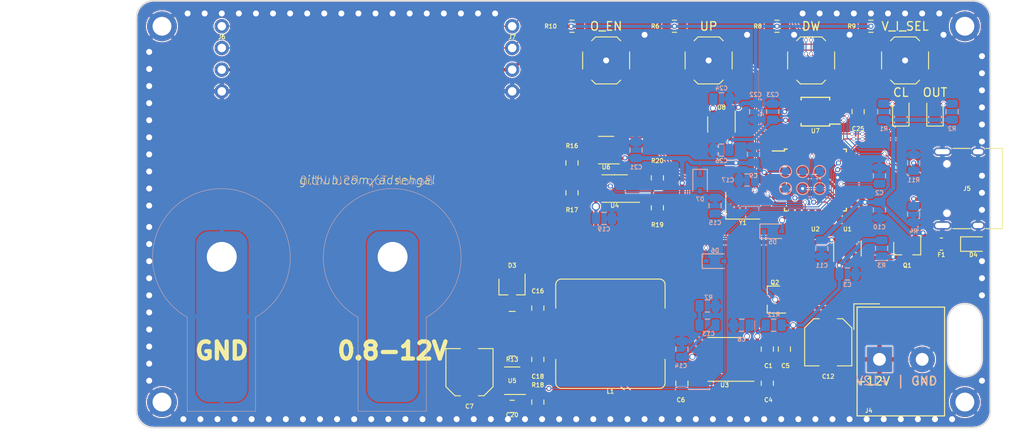
<source format=kicad_pcb>
(kicad_pcb (version 20200809) (host pcbnew "(5.99.0-2671-gfc0a358ba)")
  (layers (0 "F.Cu" signal) (31 "B.Cu" signal) (34 "B.Paste" user) (35 "F.Paste" user) (36 "B.SilkS" user) (37 "F.SilkS" user) (38 "B.Mask" user) (39 "F.Mask" user) (44 "Edge.Cuts" user))
  (net 0 "")
  (net 1 "+VSW")
  (net 2 "GND")
  (net 3 "Net-(C2-Pad2)")
  (net 4 "Net-(C6-Pad2)")
  (net 5 "Net-(C6-Pad1)")
  (net 6 "+5V")
  (net 7 "Net-(C8-Pad2)")
  (net 8 "Net-(C13-Pad2)")
  (net 9 "Net-(C13-Pad1)")
  (net 10 "Net-(C15-Pad2)")
  (net 11 "Net-(C16-Pad2)")
  (net 12 "Net-(C17-Pad2)")
  (net 13 "Net-(D1-Pad2)")
  (net 14 "Net-(D1-Pad1)")
  (net 15 "Net-(D2-Pad2)")
  (net 16 "Net-(D2-Pad1)")
  (net 17 "/RST")
  (net 18 "/MOSI")
  (net 19 "/SCK")
  (net 20 "/MISO")
  (net 21 "VDC")
  (net 22 "/REG_EN")
  (net 23 "+3V3")
  (net 24 "Net-(C25-Pad2)")
  (net 25 "Net-(D4-Pad1)")
  (net 26 "Net-(R16-Pad1)")
  (net 27 "/I_SENSE")
  (net 28 "Net-(R19-Pad2)")
  (net 29 "/V_FB")
  (net 30 "/~POT_CS")
  (net 31 "/POT_U~D")
  (net 32 "/SCL0")
  (net 33 "/SDA0")
  (net 34 "/V_SENSE")
  (net 35 "Net-(D5-Pad2)")
  (net 36 "Net-(U4-Pad3)")
  (net 37 "/SW3")
  (net 38 "/SW4")
  (net 39 "Net-(J5-PadA5)")
  (net 40 "/SW1")
  (net 41 "/SW2")
  (net 42 "/D-")
  (net 43 "/D+")
  (net 44 "Net-(J5-PadB5)")
  (net 45 "Net-(Q1-Pad3)")
  (net 46 "Net-(Q2-Pad3)")
  (net 47 "/RX")
  (net 48 "/TX")
  (module "MountingHole:MountingHole_2.2mm_M2_ISO7380_Pad" (layer "F.Cu") (at 109 59)
    (fp_text reference "H3" (at 0 0) (layer "F.SilkS") (effects (font (size 0.5 0.5) (thickness 0.1))))
    (fp_text value "MountingHole_Pad")
    (pad "1" thru_hole circle (at 0 0) (size 3.5 3.5) (drill 2.2) (layers *.Cu *.Mask) (net 2 "GND"))
  )
  (module "MountingHole:MountingHole_2.2mm_M2_ISO7380_Pad" (layer "F.Cu") (at 109 15)
    (fp_text reference "H2" (at 0 0) (layer "F.SilkS") (effects (font (size 0.5 0.5) (thickness 0.1))))
    (fp_text value "MountingHole_Pad")
    (pad "1" thru_hole circle (at 0 0) (size 3.5 3.5) (drill 2.2) (layers *.Cu *.Mask) (net 2 "GND"))
  )
  (module "LOGO" (layer "F.Cu") (at 39.5 29)
    (fp_text reference "G***" hide)
    (fp_text value "LOGO" hide)
  )
  (module "Resistor_SMD:R_0805_2012Metric" (layer "F.Cu") (at 73 32.75 -90)
    (fp_text reference "R20" (at -2 0 180) (layer "F.SilkS") (effects (font (size 0.5 0.5) (thickness 0.1))))
    (fp_text value "10K")
    (pad "1" smd roundrect (at -0.9375 0 270) (size 0.975 1.4) (layers "F.Cu" "F.Paste" "F.Mask") (net 2 "GND"))
    (pad "2" smd roundrect (at 0.9375 0 270) (size 0.975 1.4) (layers "F.Cu" "F.Paste" "F.Mask") (net 28 "Net-(R19-Pad2)"))
  )
  (module "Capacitor_SMD:C_0805_2012Metric" (layer "F.Cu") (at 75.87 56.8 90)
    (fp_text reference "C6" (at -1.95 -0.12 180) (layer "F.SilkS") (effects (font (size 0.5 0.5) (thickness 0.1))))
    (fp_text value "100nF")
    (pad "1" smd roundrect (at -0.9375 0 90) (size 0.975 1.4) (layers "F.Cu" "F.Paste" "F.Mask") (net 5 "Net-(C6-Pad1)"))
    (pad "2" smd roundrect (at 0.9375 0 90) (size 0.975 1.4) (layers "F.Cu" "F.Paste" "F.Mask") (net 4 "Net-(C6-Pad2)"))
  )
  (module "TerminalBlock_Altech:Altech_AK300_1x02_P5.00mm_45-Degree" (layer "F.Cu") (at 99 54)
    (fp_text reference "J4" (at -1.25 6) (layer "F.SilkS") (effects (font (size 0.5 0.5) (thickness 0.1))))
    (fp_text value "Screw_Terminal_01x02")
    (pad "1" thru_hole rect (at 0 0) (size 3 3) (drill 1.5) (layers *.Cu *.Mask) (net 1 "+VSW"))
    (pad "2" thru_hole circle (at 5 0) (size 3 3) (drill 1.5) (layers *.Cu *.Mask) (net 2 "GND"))
  )
  (module "Resistor_SMD:R_0805_2012Metric" (layer "F.Cu") (at 63 31 90)
    (fp_text reference "R16" (at 2 0 180) (layer "F.SilkS") (effects (font (size 0.5 0.5) (thickness 0.1))))
    (fp_text value "14K")
    (pad "1" smd roundrect (at -0.9375 0 90) (size 0.975 1.4) (layers "F.Cu" "F.Paste" "F.Mask") (net 26 "Net-(R16-Pad1)"))
    (pad "2" smd roundrect (at 0.9375 0 90) (size 0.975 1.4) (layers "F.Cu" "F.Paste" "F.Mask") (net 11 "Net-(C16-Pad2)"))
  )
  (module "Capacitor_SMD:C_0805_2012Metric" (layer "F.Cu") (at 59 54 90)
    (fp_text reference "C18" (at -2 0 180) (layer "F.SilkS") (effects (font (size 0.5 0.5) (thickness 0.1))))
    (fp_text value "4.7µF")
    (pad "1" smd roundrect (at -0.9375 0 90) (size 0.975 1.4) (layers "F.Cu" "F.Paste" "F.Mask") (net 2 "GND"))
    (pad "2" smd roundrect (at 0.9375 0 90) (size 0.975 1.4) (layers "F.Cu" "F.Paste" "F.Mask") (net 11 "Net-(C16-Pad2)"))
  )
  (module "Crystal:Crystal_SMD_SeikoEpson_TSX3225-4Pin_3.2x2.5mm" (layer "F.Cu") (at 83 36)
    (fp_text reference "Y1" (at 0 2) (layer "F.SilkS") (effects (font (size 0.5 0.5) (thickness 0.1))))
    (fp_text value "16MHz")
    (pad "1" smd rect (at -1.1 0.8) (size 1.4 1.15) (layers "F.Cu" "F.Paste" "F.Mask") (net 10 "Net-(C15-Pad2)"))
    (pad "2" smd rect (at 1.1 0.8) (size 1.4 1.15) (layers "F.Cu" "F.Paste" "F.Mask") (net 2 "GND"))
    (pad "3" smd rect (at 1.1 -0.8) (size 1.4 1.15) (layers "F.Cu" "F.Paste" "F.Mask") (net 12 "Net-(C17-Pad2)"))
    (pad "4" smd rect (at -1.1 -0.8) (size 1.4 1.15) (layers "F.Cu" "F.Paste" "F.Mask") (net 2 "GND"))
  )
  (module "Package_SO:MSOP-8_3x3mm_P0.65mm" (layer "F.Cu") (at 68 34 180)
    (fp_text reference "U4" (at 0 -2 180) (layer "F.SilkS") (effects (font (size 0.5 0.5) (thickness 0.1))))
    (fp_text value "LM358")
    (pad "1" smd roundrect (at -2.1125 -0.975 180) (size 1.625 0.4) (layers "F.Cu" "F.Paste" "F.Mask") (net 29 "/V_FB"))
    (pad "2" smd roundrect (at -2.1125 -0.325 180) (size 1.625 0.4) (layers "F.Cu" "F.Paste" "F.Mask") (net 28 "Net-(R19-Pad2)"))
    (pad "3" smd roundrect (at -2.1125 0.325 180) (size 1.625 0.4) (layers "F.Cu" "F.Paste" "F.Mask") (net 36 "Net-(U4-Pad3)"))
    (pad "4" smd roundrect (at -2.1125 0.975 180) (size 1.625 0.4) (layers "F.Cu" "F.Paste" "F.Mask") (net 2 "GND"))
    (pad "5" smd roundrect (at 2.1125 0.975 180) (size 1.625 0.4) (layers "F.Cu" "F.Paste" "F.Mask") (net 26 "Net-(R16-Pad1)"))
    (pad "6" smd roundrect (at 2.1125 0.325 180) (size 1.625 0.4) (layers "F.Cu" "F.Paste" "F.Mask") (net 34 "/V_SENSE"))
    (pad "7" smd roundrect (at 2.1125 -0.325 180) (size 1.625 0.4) (layers "F.Cu" "F.Paste" "F.Mask") (net 34 "/V_SENSE"))
    (pad "8" smd roundrect (at 2.1125 -0.975 180) (size 1.625 0.4) (layers "F.Cu" "F.Paste" "F.Mask") (net 1 "+VSW"))
  )
  (module "Package_QFP:TQFP-32_7x7mm_P0.8mm" (layer "F.Cu") (at 91.5 33)
    (fp_text reference "U2" (at 0 5.75) (layer "F.SilkS") (effects (font (size 0.5 0.5) (thickness 0.1))))
    (fp_text value "ATmega328PB-AU")
    (pad "1" smd rect (at -4.25 -2.8) (size 1.6 0.55) (layers "F.Cu" "F.Paste" "F.Mask") (net 41 "/SW2"))
    (pad "2" smd rect (at -4.25 -2) (size 1.6 0.55) (layers "F.Cu" "F.Paste" "F.Mask") (net 40 "/SW1"))
    (pad "3" smd rect (at -4.25 -1.2) (size 1.6 0.55) (layers "F.Cu" "F.Paste" "F.Mask") (net 2 "GND"))
    (pad "4" smd rect (at -4.25 -0.4) (size 1.6 0.55) (layers "F.Cu" "F.Paste" "F.Mask") (net 6 "+5V"))
    (pad "5" smd rect (at -4.25 0.4) (size 1.6 0.55) (layers "F.Cu" "F.Paste" "F.Mask") (net 2 "GND"))
    (pad "6" smd rect (at -4.25 1.2) (size 1.6 0.55) (layers "F.Cu" "F.Paste" "F.Mask") (net 6 "+5V"))
    (pad "7" smd rect (at -4.25 2) (size 1.6 0.55) (layers "F.Cu" "F.Paste" "F.Mask") (net 12 "Net-(C17-Pad2)"))
    (pad "8" smd rect (at -4.25 2.8) (size 1.6 0.55) (layers "F.Cu" "F.Paste" "F.Mask") (net 10 "Net-(C15-Pad2)"))
    (pad "9" smd rect (at -2.8 4.25 90) (size 1.6 0.55) (layers "F.Cu" "F.Paste" "F.Mask") (net 35 "Net-(D5-Pad2)"))
    (pad "10" smd rect (at -2 4.25 90) (size 1.6 0.55) (layers "F.Cu" "F.Paste" "F.Mask") (net 30 "/~POT_CS"))
    (pad "11" smd rect (at -1.2 4.25 90) (size 1.6 0.55) (layers "F.Cu" "F.Paste" "F.Mask") (net 38 "/SW4"))
    (pad "12" smd rect (at -0.4 4.25 90) (size 1.6 0.55) (layers "F.Cu" "F.Paste" "F.Mask") (net 31 "/POT_U~D"))
    (pad "13" smd rect (at 0.4 4.25 90) (size 1.6 0.55) (layers "F.Cu" "F.Paste" "F.Mask"))
    (pad "14" smd rect (at 1.2 4.25 90) (size 1.6 0.55) (layers "F.Cu" "F.Paste" "F.Mask"))
    (pad "15" smd rect (at 2 4.25 90) (size 1.6 0.55) (layers "F.Cu" "F.Paste" "F.Mask") (net 18 "/MOSI"))
    (pad "16" smd rect (at 2.8 4.25 90) (size 1.6 0.55) (layers "F.Cu" "F.Paste" "F.Mask") (net 20 "/MISO"))
    (pad "17" smd rect (at 4.25 2.8) (size 1.6 0.55) (layers "F.Cu" "F.Paste" "F.Mask") (net 19 "/SCK"))
    (pad "18" smd rect (at 4.25 2) (size 1.6 0.55) (layers "F.Cu" "F.Paste" "F.Mask") (net 6 "+5V"))
    (pad "19" smd rect (at 4.25 1.2) (size 1.6 0.55) (layers "F.Cu" "F.Paste" "F.Mask"))
    (pad "20" smd rect (at 4.25 0.4) (size 1.6 0.55) (layers "F.Cu" "F.Paste" "F.Mask") (net 3 "Net-(C2-Pad2)"))
    (pad "21" smd rect (at 4.25 -0.4) (size 1.6 0.55) (layers "F.Cu" "F.Paste" "F.Mask") (net 2 "GND"))
    (pad "22" smd rect (at 4.25 -1.2) (size 1.6 0.55) (layers "F.Cu" "F.Paste" "F.Mask"))
    (pad "23" smd rect (at 4.25 -2) (size 1.6 0.55) (layers "F.Cu" "F.Paste" "F.Mask") (net 27 "/I_SENSE"))
    (pad "24" smd rect (at 4.25 -2.8) (size 1.6 0.55) (layers "F.Cu" "F.Paste" "F.Mask") (net 34 "/V_SENSE"))
    (pad "25" smd rect (at 2.8 -4.25 90) (size 1.6 0.55) (layers "F.Cu" "F.Paste" "F.Mask") (net 16 "Net-(D2-Pad1)"))
    (pad "26" smd rect (at 2 -4.25 90) (size 1.6 0.55) (layers "F.Cu" "F.Paste" "F.Mask") (net 14 "Net-(D1-Pad1)"))
    (pad "27" smd rect (at 1.2 -4.25 90) (size 1.6 0.55) (layers "F.Cu" "F.Paste" "F.Mask") (net 33 "/SDA0"))
    (pad "28" smd rect (at 0.4 -4.25 90) (size 1.6 0.55) (layers "F.Cu" "F.Paste" "F.Mask") (net 32 "/SCL0"))
    (pad "29" smd rect (at -0.4 -4.25 90) (size 1.6 0.55) (layers "F.Cu" "F.Paste" "F.Mask") (net 17 "/RST"))
    (pad "30" smd rect (at -1.2 -4.25 90) (size 1.6 0.55) (layers "F.Cu" "F.Paste" "F.Mask") (net 47 "/RX"))
    (pad "31" smd rect (at -2 -4.25 90) (size 1.6 0.55) (layers "F.Cu" "F.Paste" "F.Mask") (net 48 "/TX"))
    (pad "32" smd rect (at -2.8 -4.25 90) (size 1.6 0.55) (layers "F.Cu" "F.Paste" "F.Mask") (net 37 "/SW3"))
  )
  (module "Package_TO_SOT_SMD:SOT-23" (layer "F.Cu") (at 86.62 47 180)
    (fp_text reference "Q2" (at -0.13 2) (layer "F.SilkS") (effects (font (size 0.5 0.5) (thickness 0.1))))
    (fp_text value "FDN335N")
    (pad "1" smd rect (at -1 -0.95 180) (size 0.9 0.8) (layers "F.Cu" "F.Paste" "F.Mask") (net 22 "/REG_EN"))
    (pad "2" smd rect (at -1 0.95 180) (size 0.9 0.8) (layers "F.Cu" "F.Paste" "F.Mask") (net 2 "GND"))
    (pad "3" smd rect (at 1 0 180) (size 0.9 0.8) (layers "F.Cu" "F.Paste" "F.Mask") (net 46 "Net-(Q2-Pad3)"))
  )
  (module "Capacitor_SMD:C_0805_2012Metric" (layer "F.Cu") (at 85.87 56.8 90)
    (fp_text reference "C4" (at -1.95 0.13 180) (layer "F.SilkS") (effects (font (size 0.5 0.5) (thickness 0.1))))
    (fp_text value "4.7µF")
    (pad "1" smd roundrect (at -0.9375 0 90) (size 0.975 1.4) (layers "F.Cu" "F.Paste" "F.Mask") (net 2 "GND"))
    (pad "2" smd roundrect (at 0.9375 0 90) (size 0.975 1.4) (layers "F.Cu" "F.Paste" "F.Mask") (net 1 "+VSW"))
  )
  (module "Button_Switch_SMD:SW_SPST_TL3342" (layer "F.Cu") (at 91 19)
    (fp_text reference "SW2" hide)
    (fp_text value "DW" (at 0 -4) (layer "F.SilkS"))
    (pad "1" smd rect (at -3.15 -1.9) (size 1.7 1) (layers "F.Cu" "F.Paste" "F.Mask") (net 41 "/SW2"))
    (pad "1" smd rect (at 3.15 -1.9) (size 1.7 1) (layers "F.Cu" "F.Paste" "F.Mask") (net 41 "/SW2"))
    (pad "2" smd rect (at 3.15 1.9) (size 1.7 1) (layers "F.Cu" "F.Paste" "F.Mask") (net 2 "GND"))
    (pad "2" smd rect (at -3.15 1.9) (size 1.7 1) (layers "F.Cu" "F.Paste" "F.Mask") (net 2 "GND"))
  )
  (module "Diode_SMD:D_SOD-323" (layer "F.Cu") (at 110 40.5)
    (fp_text reference "D4" (at 0 1.25) (layer "F.SilkS") (effects (font (size 0.5 0.5) (thickness 0.1))))
    (fp_text value "CUS10S30")
    (pad "1" smd rect (at -1.05 0) (size 0.6 0.45) (layers "F.Cu" "F.Paste" "F.Mask") (net 25 "Net-(D4-Pad1)"))
    (pad "2" smd rect (at 1.05 0) (size 0.6 0.45) (layers "F.Cu" "F.Paste" "F.Mask") (net 22 "/REG_EN"))
  )
  (module "Resistor_SMD:R_1020_2550Metric" (layer "F.Cu") (at 56 51)
    (fp_text reference "R13" (at 0 3) (layer "F.SilkS") (effects (font (size 0.5 0.5) (thickness 0.1))))
    (fp_text value "0.01R")
    (pad "1" smd roundrect (at -1.125 0) (size 1.15 5.2) (layers "F.Cu" "F.Paste" "F.Mask") (roundrect_rratio 0.2173913043478261) (net 21 "VDC"))
    (pad "2" smd roundrect (at 1.125 0) (size 1.15 5.2) (layers "F.Cu" "F.Paste" "F.Mask") (roundrect_rratio 0.2173913043478261) (net 11 "Net-(C16-Pad2)"))
  )
  (module "Resistor_SMD:R_0805_2012Metric" (layer "F.Cu") (at 63 15)
    (fp_text reference "R10" (at -2.5 0) (layer "F.SilkS") (effects (font (size 0.5 0.5) (thickness 0.1))))
    (fp_text value "10K")
    (pad "1" smd roundrect (at -0.9375 0) (size 0.975 1.4) (layers "F.Cu" "F.Paste" "F.Mask") (net 6 "+5V"))
    (pad "2" smd roundrect (at 0.9375 0) (size 0.975 1.4) (layers "F.Cu" "F.Paste" "F.Mask") (net 38 "/SW4"))
  )
  (module "Capacitor_SMD:C_0805_2012Metric" (layer "F.Cu") (at 85.87 52.8 -90)
    (fp_text reference "C1" (at 1.95 -0.13 180) (layer "F.SilkS") (effects (font (size 0.5 0.5) (thickness 0.1))))
    (fp_text value "10nF")
    (pad "1" smd roundrect (at -0.9375 0 270) (size 0.975 1.4) (layers "F.Cu" "F.Paste" "F.Mask") (net 2 "GND"))
    (pad "2" smd roundrect (at 0.9375 0 270) (size 0.975 1.4) (layers "F.Cu" "F.Paste" "F.Mask") (net 1 "+VSW"))
  )
  (module "Capacitor_SMD:C_0805_2012Metric" (layer "F.Cu") (at 56 59.5)
    (fp_text reference "C20" (at 0 1) (layer "F.SilkS") (effects (font (size 0.5 0.5) (thickness 0.1))))
    (fp_text value "100nF")
    (pad "1" smd roundrect (at -0.9375 0) (size 0.975 1.4) (layers "F.Cu" "F.Paste" "F.Mask") (net 6 "+5V"))
    (pad "2" smd roundrect (at 0.9375 0) (size 0.975 1.4) (layers "F.Cu" "F.Paste" "F.Mask") (net 2 "GND"))
  )
  (module "Resistor_SMD:R_0805_2012Metric" (layer "F.Cu") (at 75 15)
    (fp_text reference "R6" (at -2.25 0) (layer "F.SilkS") (effects (font (size 0.5 0.5) (thickness 0.1))))
    (fp_text value "10K")
    (pad "1" smd roundrect (at -0.9375 0) (size 0.975 1.4) (layers "F.Cu" "F.Paste" "F.Mask") (net 6 "+5V"))
    (pad "2" smd roundrect (at 0.9375 0) (size 0.975 1.4) (layers "F.Cu" "F.Paste" "F.Mask") (net 40 "/SW1"))
  )
  (module "Button_Switch_SMD:SW_SPST_TL3342" (layer "F.Cu") (at 79 19)
    (fp_text reference "SW1" hide)
    (fp_text value "UP" (at 0 -4) (layer "F.SilkS"))
    (pad "1" smd rect (at -3.15 -1.9) (size 1.7 1) (layers "F.Cu" "F.Paste" "F.Mask") (net 40 "/SW1"))
    (pad "1" smd rect (at 3.15 -1.9) (size 1.7 1) (layers "F.Cu" "F.Paste" "F.Mask") (net 40 "/SW1"))
    (pad "2" smd rect (at -3.15 1.9) (size 1.7 1) (layers "F.Cu" "F.Paste" "F.Mask") (net 2 "GND"))
    (pad "2" smd rect (at 3.15 1.9) (size 1.7 1) (layers "F.Cu" "F.Paste" "F.Mask") (net 2 "GND"))
  )
  (module "Resistor_SMD:R_0805_2012Metric" (layer "F.Cu") (at 59 59 90)
    (fp_text reference "R18" (at 2 0 180) (layer "F.SilkS") (effects (font (size 0.5 0.5) (thickness 0.1))))
    (fp_text value "500K")
    (pad "1" smd roundrect (at -0.9375 0 90) (size 0.975 1.4) (layers "F.Cu" "F.Paste" "F.Mask") (net 2 "GND"))
    (pad "2" smd roundrect (at 0.9375 0 90) (size 0.975 1.4) (layers "F.Cu" "F.Paste" "F.Mask") (net 27 "/I_SENSE"))
  )
  (module "Capacitor_SMD:C_Elec_5x5.4" (layer "F.Cu") (at 51 55.5 90)
    (fp_text reference "C7" (at -4 0 180) (layer "F.SilkS") (effects (font (size 0.5 0.5) (thickness 0.1))))
    (fp_text value "10uF")
    (pad "1" smd roundrect (at -2.0625 0 90) (size 2.775 1.6) (layers "F.Cu" "F.Paste" "F.Mask") (roundrect_rratio 0.15625) (net 2 "GND"))
    (pad "2" smd roundrect (at 2.0625 0 90) (size 2.775 1.6) (layers "F.Cu" "F.Paste" "F.Mask") (roundrect_rratio 0.15625) (net 21 "VDC"))
  )
  (module "Binding_Post:Binding_Post" (layer "F.Cu") (at 22 42)
    (fp_text reference "J3" hide)
    (fp_text value "Conn_01x01" hide)
    (pad "1" thru_hole circle (at 0 0) (size 5 5) (drill 3.5) (layers *.Cu *.Mask) (net 2 "GND"))
    (pad "1" smd roundrect (at 0 7) (size 6 20) (layers "B.Cu" "B.Paste" "B.Mask") (chamfer_ratio 0.2) (chamfer) (net 2 "GND"))
  )
  (module "MountingHole:MountingHole_2.2mm_M2_ISO7380_Pad" (layer "F.Cu") (at 15 59)
    (fp_text reference "H4" (at 0 0) (layer "F.SilkS") (effects (font (size 0.5 0.5) (thickness 0.1))))
    (fp_text value "MountingHole_Pad")
    (pad "1" thru_hole circle (at 0 0) (size 3.5 3.5) (drill 2.2) (layers *.Cu *.Mask) (net 2 "GND"))
  )
  (module "Resistor_SMD:R_0805_2012Metric" (layer "F.Cu") (at 87 15)
    (fp_text reference "R8" (at -2.25 0) (layer "F.SilkS") (effects (font (size 0.5 0.5) (thickness 0.1))))
    (fp_text value "10K")
    (pad "1" smd roundrect (at -0.9375 0) (size 0.975 1.4) (layers "F.Cu" "F.Paste" "F.Mask") (net 6 "+5V"))
    (pad "2" smd roundrect (at 0.9375 0) (size 0.975 1.4) (layers "F.Cu" "F.Paste" "F.Mask") (net 41 "/SW2"))
  )
  (module "Button_Switch_SMD:SW_SPST_TL3342" (layer "F.Cu") (at 102 19)
    (fp_text reference "SW3" hide)
    (fp_text value "V_I_SEL" (at 0 -4) (layer "F.SilkS"))
    (pad "1" smd rect (at 3.15 -1.9) (size 1.7 1) (layers "F.Cu" "F.Paste" "F.Mask") (net 37 "/SW3"))
    (pad "1" smd rect (at -3.15 -1.9) (size 1.7 1) (layers "F.Cu" "F.Paste" "F.Mask") (net 37 "/SW3"))
    (pad "2" smd rect (at 3.15 1.9) (size 1.7 1) (layers "F.Cu" "F.Paste" "F.Mask") (net 2 "GND"))
    (pad "2" smd rect (at -3.15 1.9) (size 1.7 1) (layers "F.Cu" "F.Paste" "F.Mask") (net 2 "GND"))
  )
  (module "Package_SO:MSOP-10_3x3mm_P0.5mm" (layer "F.Cu") (at 91.5 25 180)
    (fp_text reference "U7" (at 0 -2.25) (layer "F.SilkS") (effects (font (size 0.5 0.5) (thickness 0.1))))
    (fp_text value "CH340E")
    (pad "1" smd rect (at -2.2 -1 180) (size 1.4 0.3) (layers "F.Cu" "F.Paste" "F.Mask") (net 43 "/D+"))
    (pad "2" smd rect (at -2.2 -0.5 180) (size 1.4 0.3) (layers "F.Cu" "F.Paste" "F.Mask") (net 42 "/D-"))
    (pad "3" smd rect (at -2.2 0 180) (size 1.4 0.3) (layers "F.Cu" "F.Paste" "F.Mask") (net 2 "GND"))
    (pad "4" smd rect (at -2.2 0.5 180) (size 1.4 0.3) (layers "F.Cu" "F.Paste" "F.Mask") (net 24 "Net-(C25-Pad2)"))
    (pad "5" smd rect (at -2.2 1 180) (size 1.4 0.3) (layers "F.Cu" "F.Paste" "F.Mask"))
    (pad "6" smd rect (at 2.2 1 180) (size 1.4 0.3) (layers "F.Cu" "F.Paste" "F.Mask"))
    (pad "7" smd rect (at 2.2 0.5 180) (size 1.4 0.3) (layers "F.Cu" "F.Paste" "F.Mask") (net 6 "+5V"))
    (pad "8" smd rect (at 2.2 0 180) (size 1.4 0.3) (layers "F.Cu" "F.Paste" "F.Mask") (net 47 "/RX"))
    (pad "9" smd rect (at 2.2 -0.5 180) (size 1.4 0.3) (layers "F.Cu" "F.Paste" "F.Mask") (net 48 "/TX"))
    (pad "10" smd rect (at 2.2 -1 180) (size 1.4 0.3) (layers "F.Cu" "F.Paste" "F.Mask") (net 23 "+3V3"))
  )
  (module "Connector_USB:USB_C_Receptacle_HRO_TYPE-C-31-M-12" (layer "F.Cu") (at 109.5 34 90)
    (fp_text reference "J5" (at 0 -0.25 180) (layer "F.SilkS") (effects (font (size 0.5 0.5) (thickness 0.1))))
    (fp_text value "USB_C_Receptacle_USB2.0")
    (pad "" np_thru_hole circle (at -2.89 -2.6 90) (size 0.65 0.65) (drill 0.65) (layers *.Cu *.Mask))
    (pad "" np_thru_hole circle (at 2.89 -2.6 90) (size 0.65 0.65) (drill 0.65) (layers *.Cu *.Mask))
    (pad "A1" smd rect (at -3.25 -4.045 90) (size 0.6 1.45) (layers "F.Cu" "F.Paste" "F.Mask") (net 2 "GND"))
    (pad "A4" smd rect (at -2.45 -4.045 90) (size 0.6 1.45) (layers "F.Cu" "F.Paste" "F.Mask") (net 22 "/REG_EN"))
    (pad "A5" smd rect (at -1.25 -4.045 90) (size 0.3 1.45) (layers "F.Cu" "F.Paste" "F.Mask") (net 39 "Net-(J5-PadA5)"))
    (pad "A6" smd rect (at -0.25 -4.045 90) (size 0.3 1.45) (layers "F.Cu" "F.Paste" "F.Mask") (net 43 "/D+"))
    (pad "A7" smd rect (at 0.25 -4.045 90) (size 0.3 1.45) (layers "F.Cu" "F.Paste" "F.Mask") (net 42 "/D-"))
    (pad "A8" smd rect (at 1.25 -4.045 90) (size 0.3 1.45) (layers "F.Cu" "F.Paste" "F.Mask"))
    (pad "A9" smd rect (at 2.45 -4.045 90) (size 0.6 1.45) (layers "F.Cu" "F.Paste" "F.Mask") (net 22 "/REG_EN"))
    (pad "A12" smd rect (at 3.25 -4.045 90) (size 0.6 1.45) (layers "F.Cu" "F.Paste" "F.Mask") (net 2 "GND"))
    (pad "B1" smd rect (at 3.25 -4.045 90) (size 0.6 1.45) (layers "F.Cu" "F.Paste" "F.Mask") (net 2 "GND"))
    (pad "B4" smd rect (at 2.45 -4.045 90) (size 0.6 1.45) (layers "F.Cu" "F.Paste" "F.Mask") (net 22 "/REG_EN"))
    (pad "B5" smd rect (at 1.75 -4.045 90) (size 0.3 1.45) (layers "F.Cu" "F.Paste" "F.Mask") (net 44 "Net-(J5-PadB5)"))
    (pad "B6" smd rect (at 0.75 -4.045 90) (size 0.3 1.45) (layers "F.Cu" "F.Paste" "F.Mask") (net 43 "/D+"))
    (pad "B7" smd rect (at -0.75 -4.045 90) (size 0.3 1.45) (layers "F.Cu" "F.Paste" "F.Mask") (net 42 "/D-"))
    (pad "B8" smd rect (at -1.75 -4.045 90) (size 0.3 1.45) (layers "F.Cu" "F.Paste" "F.Mask"))
    (pad "B9" smd rect (at -2.45 -4.045 90) (size 0.6 1.45) (layers "F.Cu" "F.Paste" "F.Mask") (net 22 "/REG_EN"))
    (pad "B12" smd rect (at -3.25 -4.045 90) (size 0.6 1.45) (layers "F.Cu" "F.Paste" "F.Mask") (net 2 "GND"))
    (pad "S1" thru_hole oval (at -4.32 1.05 90) (size 1 1.6) (drill oval 0.6 1.2) (layers *.Cu *.Mask) (net 2 "GND"))
    (pad "S1" thru_hole oval (at -4.32 -3.13 90) (size 1 2.1) (drill oval 0.6 1.7) (layers *.Cu *.Mask) (net 2 "GND"))
    (pad "S1" thru_hole oval (at 4.32 -3.13 90) (size 1 2.1) (drill oval 0.6 1.7) (layers *.Cu *.Mask) (net 2 "GND"))
    (pad "S1" thru_hole oval (at 4.32 1.05 90) (size 1 1.6) (drill oval 0.6 1.2) (layers *.Cu *.Mask) (net 2 "GND"))
  )
  (module "Binding_Post:Binding_Post" (layer "F.Cu") (at 42 42)
    (fp_text reference "J2" hide)
    (fp_text value "Conn_01x01" hide)
    (pad "1" smd roundrect (at 0 7) (size 6 20) (layers "B.Cu" "B.Paste" "B.Mask") (chamfer_ratio 0.2) (chamfer) (net 21 "VDC"))
    (pad "1" thru_hole circle (at 0 0) (size 5 5) (drill 3.5) (layers *.Cu *.Mask) (net 21 "VDC"))
  )
  (module "MountingHole:MountingHole_2.2mm_M2_ISO7380_Pad" (layer "F.Cu") (at 15 15)
    (fp_text reference "H1" (at 0 0) (layer "F.SilkS") (effects (font (size 0.5 0.5) (thickness 0.1))))
    (fp_text value "MountingHole_Pad")
    (pad "1" thru_hole circle (at 0 0) (size 3.5 3.5) (drill 2.2) (layers *.Cu *.Mask) (net 2 "GND"))
  )
  (module "Capacitor_SMD:C_Elec_5x5.4" (layer "F.Cu") (at 93 52 -90)
    (fp_text reference "C12" (at 4 0 180) (layer "F.SilkS") (effects (font (size 0.5 0.5) (thickness 0.1))))
    (fp_text value "10uF")
    (pad "1" smd roundrect (at -2.0625 0 270) (size 2.775 1.6) (layers "F.Cu" "F.Paste" "F.Mask") (roundrect_rratio 0.15625) (net 2 "GND"))
    (pad "2" smd roundrect (at 2.0625 0 270) (size 2.775 1.6) (layers "F.Cu" "F.Paste" "F.Mask") (roundrect_rratio 0.15625) (net 1 "+VSW"))
  )
  (module "Resistor_SMD:R_0805_2012Metric" (layer "F.Cu") (at 73 36.25 90)
    (fp_text reference "R19" (at -2 0 180) (layer "F.SilkS") (effects (font (size 0.5 0.5) (thickness 0.1))))
    (fp_text value "14K")
    (pad "1" smd roundrect (at -0.9375 0 90) (size 0.975 1.4) (layers "F.Cu" "F.Paste" "F.Mask") (net 29 "/V_FB"))
    (pad "2" smd roundrect (at 0.9375 0 90) (size 0.975 1.4) (layers "F.Cu" "F.Paste" "F.Mask") (net 28 "Net-(R19-Pad2)"))
  )
  (module "Inductor_SMD:L_Bourns_SRR1260" (layer "F.Cu") (at 67.5 51 180)
    (fp_text reference "L1" (at 0 -6.75) (layer "F.SilkS") (effects (font (size 0.5 0.5) (thickness 0.1))))
    (fp_text value "4.7µH")
    (pad "1" smd rect (at -4.85 0 180) (size 2.9 5.4) (layers "F.Cu" "F.Paste" "F.Mask") (net 4 "Net-(C6-Pad2)"))
    (pad "2" smd rect (at 4.85 0 180) (size 2.9 5.4) (layers "F.Cu" "F.Paste" "F.Mask") (net 11 "Net-(C16-Pad2)"))
  )
  (module "Custom_Vertical_1x_2.54mm_Pin_Header:PinHeader_1x04_P2.54mm_Vertical" (layer "F.Cu") (at 22 15)
    (fp_text reference "J6" (at 0 1.25) (layer "F.SilkS") (effects (font (size 0.5 0.5) (thickness 0.1))))
    (fp_text value "Conn_01x04")
    (pad "1" thru_hole oval (at 0 0) (size 1.7 1.7) (drill 1) (layers *.Cu *.Mask) (net 33 "/SDA0"))
    (pad "2" thru_hole oval (at 0 2.54) (size 1.7 1.7) (drill 1) (layers *.Cu *.Mask) (net 32 "/SCL0"))
    (pad "3" thru_hole oval (at 0 5.08) (size 1.7 1.7) (drill 1) (layers *.Cu *.Mask) (net 6 "+5V"))
    (pad "4" thru_hole oval (at 0 7.62) (size 1.7 1.7) (drill 1) (layers *.Cu *.Mask) (net 2 "GND"))
  )
  (module "Fuse:Fuse_0805_2012Metric_Castellated" (layer "F.Cu") (at 106.25 40.5 180)
    (fp_text reference "F1" (at 0 -1.25) (layer "F.SilkS") (effects (font (size 0.5 0.5) (thickness 0.1))))
    (fp_text value "MF-PSMF020X-2")
    (pad "1" smd roundrect (at -0.9625 0 180) (size 1.325 1.3) (layers "F.Cu" "F.Paste" "F.Mask") (roundrect_rratio 0.192308) (net 25 "Net-(D4-Pad1)"))
    (pad "2" smd roundrect (at 0.9625 0 180) (size 1.325 1.3) (layers "F.Cu" "F.Paste" "F.Mask") (roundrect_rratio 0.192308) (net 6 "+5V"))
  )
  (module "Capacitor_SMD:C_0805_2012Metric" (layer "F.Cu") (at 96.5 25 90)
    (fp_text reference "C25" (at -2 0 180) (layer "F.SilkS") (effects (font (size 0.5 0.5) (thickness 0.1))))
    (fp_text value "100nF")
    (pad "1" smd roundrect (at -0.9375 0 90) (size 0.975 1.4) (layers "F.Cu" "F.Paste" "F.Mask") (net 17 "/RST"))
    (pad "2" smd roundrect (at 0.9375 0 90) (size 0.975 1.4) (layers "F.Cu" "F.Paste" "F.Mask") (net 24 "Net-(C25-Pad2)"))
  )
  (module "Button_Switch_SMD:SW_SPST_TL3342" (layer "F.Cu") (at 67 19)
    (fp_text reference "SW4" hide)
    (fp_text value "O_EN" (at 0 -4) (layer "F.SilkS"))
    (pad "1" smd rect (at -3.15 -1.9) (size 1.7 1) (layers "F.Cu" "F.Paste" "F.Mask") (net 38 "/SW4"))
    (pad "1" smd rect (at 3.15 -1.9) (size 1.7 1) (layers "F.Cu" "F.Paste" "F.Mask") (net 38 "/SW4"))
    (pad "2" smd rect (at 3.15 1.9) (size 1.7 1) (layers "F.Cu" "F.Paste" "F.Mask") (net 2 "GND"))
    (pad "2" smd rect (at -3.15 1.9) (size 1.7 1) (layers "F.Cu" "F.Paste" "F.Mask") (net 2 "GND"))
  )
  (module "LED_SMD:LED_0805_2012Metric" (layer "F.Cu") (at 101.5 25 90)
    (fp_text reference "D1" hide)
    (fp_text value "CL" (at 2.25 0 180) (layer "F.SilkS"))
    (pad "1" smd roundrect (at -0.9375 0 90) (size 0.975 1.4) (layers "F.Cu" "F.Paste" "F.Mask") (net 14 "Net-(D1-Pad1)"))
    (pad "2" smd roundrect (at 0.9375 0 90) (size 0.975 1.4) (layers "F.Cu" "F.Paste" "F.Mask") (net 13 "Net-(D1-Pad2)"))
  )
  (module "Package_TO_SOT_SMD:SOT-23" (layer "F.Cu") (at 102.25 41 -90)
    (fp_text reference "Q1" (at 2 0 180) (layer "F.SilkS") (effects (font (size 0.5 0.5) (thickness 0.1))))
    (fp_text value "FDN335N")
    (pad "1" smd rect (at -1 -0.95 270) (size 0.9 0.8) (layers "F.Cu" "F.Paste" "F.Mask") (net 22 "/REG_EN"))
    (pad "2" smd rect (at -1 0.95 270) (size 0.9 0.8) (layers "F.Cu" "F.Paste" "F.Mask") (net 2 "GND"))
    (pad "3" smd rect (at 1 0 270) (size 0.9 0.8) (layers "F.Cu" "F.Paste" "F.Mask") (net 45 "Net-(Q1-Pad3)"))
  )
  (module "Capacitor_SMD:C_0805_2012Metric" (layer "F.Cu") (at 87.87 52.8 -90)
    (fp_text reference "C5" (at 1.95 -0.13 180) (layer "F.SilkS") (effects (font (size 0.5 0.5) (thickness 0.1))))
    (fp_text value "4.7µF")
    (pad "1" smd roundrect (at -0.9375 0 270) (size 0.975 1.4) (layers "F.Cu" "F.Paste" "F.Mask") (net 2 "GND"))
    (pad "2" smd roundrect (at 0.9375 0 270) (size 0.975 1.4) (layers "F.Cu" "F.Paste" "F.Mask") (net 1 "+VSW"))
  )
  (module "Package_TO_SOT_SMD:SOT-23-6" (layer "F.Cu") (at 67 29.5 180)
    (fp_text reference "U6" (at 0 -2) (layer "F.SilkS") (effects (font (size 0.5 0.5) (thickness 0.1))))
    (fp_text value "MCP4023-103ECH")
    (pad "1" smd rect (at -1.1 -0.95 180) (size 1.06 0.65) (layers "F.Cu" "F.Paste" "F.Mask") (net 6 "+5V"))
    (pad "2" smd rect (at -1.1 0 180) (size 1.06 0.65) (layers "F.Cu" "F.Paste" "F.Mask") (net 2 "GND"))
    (pad "3" smd rect (at -1.1 0.95 180) (size 1.06 0.65) (layers "F.Cu" "F.Paste" "F.Mask") (net 31 "/POT_U~D"))
    (pad "4" smd rect (at 1.1 0.95 180) (size 1.06 0.65) (layers "F.Cu" "F.Paste" "F.Mask") (net 30 "/~POT_CS"))
    (pad "5" smd rect (at 1.1 0 180) (size 1.06 0.65) (layers "F.Cu" "F.Paste" "F.Mask") (net 36 "Net-(U4-Pad3)"))
    (pad "6" smd rect (at 1.1 -0.95 180) (size 1.06 0.65) (layers "F.Cu" "F.Paste" "F.Mask") (net 26 "Net-(R16-Pad1)"))
  )
  (module "Package_SO:SOIC-8-1EP_3.9x4.9mm_P1.27mm_EP2.514x3.2mm" (layer "F.Cu") (at 80.87 54 180)
    (fp_text reference "U3" (at 0 -3 180) (layer "F.SilkS") (effects (font (size 0.5 0.5) (thickness 0.1))))
    (fp_text value "TPS54531DDAR")
    (pad "1" smd roundrect (at -2.6375 -1.905 180) (size 1.625 0.6) (layers "F.Cu" "F.Paste" "F.Mask") (net 5 "Net-(C6-Pad1)"))
    (pad "2" smd roundrect (at -2.6375 -0.635 180) (size 1.625 0.6) (layers "F.Cu" "F.Paste" "F.Mask") (net 1 "+VSW"))
    (pad "3" smd roundrect (at -2.6375 0.635 180) (size 1.625 0.6) (layers "F.Cu" "F.Paste" "F.Mask") (net 46 "Net-(Q2-Pad3)"))
    (pad "4" smd roundrect (at -2.6375 1.905 180) (size 1.625 0.6) (layers "F.Cu" "F.Paste" "F.Mask") (net 7 "Net-(C8-Pad2)"))
    (pad "5" smd roundrect (at 2.6375 1.905 180) (size 1.625 0.6) (layers "F.Cu" "F.Paste" "F.Mask") (net 29 "/V_FB"))
    (pad "6" smd roundrect (at 2.6375 0.635 180) (size 1.625 0.6) (layers "F.Cu" "F.Paste" "F.Mask") (net 8 "Net-(C13-Pad2)"))
    (pad "7" smd roundrect (at 2.6375 -0.635 180) (size 1.625 0.6) (layers "F.Cu" "F.Paste" "F.Mask") (net 2 "GND"))
    (pad "8" smd roundrect (at 2.6375 -1.905 180) (size 1.625 0.6) (layers "F.Cu" "F.Paste" "F.Mask") (net 4 "Net-(C6-Pad2)"))
    (pad "9" smd rect (at 0 0 180) (size 2.514 3.2) (layers "F.Cu" "F.Mask") (net 2 "GND"))
  )
  (module "Package_TO_SOT_SMD:SOT-23-5" (layer "F.Cu") (at 56 56.5 180)
    (fp_text reference "U5" (at 0 0) (layer "F.SilkS") (effects (font (size 0.5 0.5) (thickness 0.1))))
    (fp_text value "INA138")
    (pad "1" smd rect (at -1.1 -0.95 180) (size 1.06 0.65) (layers "F.Cu" "F.Paste" "F.Mask") (net 27 "/I_SENSE"))
    (pad "2" smd rect (at -1.1 0 180) (size 1.06 0.65) (layers "F.Cu" "F.Paste" "F.Mask") (net 2 "GND"))
    (pad "3" smd rect (at -1.1 0.95 180) (size 1.06 0.65) (layers "F.Cu" "F.Paste" "F.Mask") (net 11 "Net-(C16-Pad2)"))
    (pad "4" smd rect (at 1.1 0.95 180) (size 1.06 0.65) (layers "F.Cu" "F.Paste" "F.Mask") (net 21 "VDC"))
    (pad "5" smd rect (at 1.1 -0.95 180) (size 1.06 0.65) (layers "F.Cu" "F.Paste" "F.Mask") (net 6 "+5V"))
  )
  (module "Package_TO_SOT_SMD:SOT-23-5" (layer "F.Cu") (at 80.5 26.5 -90)
    (fp_text reference "U8" (at -2 0 180) (layer "F.SilkS") (effects (font (size 0.5 0.5) (thickness 0.1))))
    (fp_text value "MIC5205-3.3YM5")
    (pad "1" smd rect (at -1.1 -0.95 270) (size 1.06 0.65) (layers "F.Cu" "F.Paste" "F.Mask") (net 6 "+5V"))
    (pad "2" smd rect (at -1.1 0 270) (size 1.06 0.65) (layers "F.Cu" "F.Paste" "F.Mask") (net 2 "GND"))
    (pad "3" smd rect (at -1.1 0.95 270) (size 1.06 0.65) (layers "F.Cu" "F.Paste" "F.Mask") (net 6 "+5V"))
    (pad "4" smd rect (at 1.1 0.95 270) (size 1.06 0.65) (layers "F.Cu" "F.Paste" "F.Mask"))
    (pad "5" smd rect (at 1.1 -0.95 270) (size 1.06 0.65) (layers "F.Cu" "F.Paste" "F.Mask") (net 23 "+3V3"))
  )
  (module "LED_SMD:LED_0805_2012Metric" (layer "F.Cu") (at 105.5 25 90)
    (fp_text reference "D2" hide)
    (fp_text value "OUT" (at 2.25 0 180) (layer "F.SilkS"))
    (pad "1" smd roundrect (at -0.9375 0 90) (size 0.975 1.4) (layers "F.Cu" "F.Paste" "F.Mask") (net 16 "Net-(D2-Pad1)"))
    (pad "2" smd roundrect (at 0.9375 0 90) (size 0.975 1.4) (layers "F.Cu" "F.Paste" "F.Mask") (net 15 "Net-(D2-Pad2)"))
  )
  (module "Package_TO_SOT_SMD:SOT-23-5" (layer "F.Cu") (at 95.25 41 90)
    (fp_text reference "U1" (at 2.25 0) (layer "F.SilkS") (effects (font (size 0.5 0.5) (thickness 0.1))))
    (fp_text value "MIC5205-5.0YM5")
    (pad "1" smd rect (at -1.1 -0.95 90) (size 1.06 0.65) (layers "F.Cu" "F.Paste" "F.Mask") (net 1 "+VSW"))
    (pad "2" smd rect (at -1.1 0 90) (size 1.06 0.65) (layers "F.Cu" "F.Paste" "F.Mask") (net 2 "GND"))
    (pad "3" smd rect (at -1.1 0.95 90) (size 1.06 0.65) (layers "F.Cu" "F.Paste" "F.Mask") (net 45 "Net-(Q1-Pad3)"))
    (pad "4" smd rect (at 1.1 0.95 90) (size 1.06 0.65) (layers "F.Cu" "F.Paste" "F.Mask"))
    (pad "5" smd rect (at 1.1 -0.95 90) (size 1.06 0.65) (layers "F.Cu" "F.Paste" "F.Mask") (net 6 "+5V"))
  )
  (module "Resistor_SMD:R_0805_2012Metric" (layer "F.Cu") (at 98 15)
    (fp_text reference "R9" (at -2.25 0) (layer "F.SilkS") (effects (font (size 0.5 0.5) (thickness 0.1))))
    (fp_text value "10K")
    (pad "1" smd roundrect (at -0.9375 0) (size 0.975 1.4) (layers "F.Cu" "F.Paste" "F.Mask") (net 6 "+5V"))
    (pad "2" smd roundrect (at 0.9375 0) (size 0.975 1.4) (layers "F.Cu" "F.Paste" "F.Mask") (net 37 "/SW3"))
  )
  (module "Capacitor_SMD:C_0805_2012Metric" (layer "F.Cu") (at 59 48 -90)
    (fp_text reference "C16" (at -2 0 180) (layer "F.SilkS") (effects (font (size 0.5 0.5) (thickness 0.1))))
    (fp_text value "4.7µF")
    (pad "1" smd roundrect (at -0.9375 0 270) (size 0.975 1.4) (layers "F.Cu" "F.Paste" "F.Mask") (net 2 "GND"))
    (pad "2" smd roundrect (at 0.9375 0 270) (size 0.975 1.4) (layers "F.Cu" "F.Paste" "F.Mask") (net 11 "Net-(C16-Pad2)"))
  )
  (module "Custom_Vertical_1x_2.54mm_Pin_Header:PinHeader_1x04_P2.54mm_Vertical" (layer "F.Cu") (at 56 15)
    (fp_text reference "J7" (at 0 1.25) (layer "F.SilkS") (effects (font (size 0.5 0.5) (thickness 0.1))))
    (fp_text value "Conn_01x04")
    (pad "1" thru_hole oval (at 0 0) (size 1.7 1.7) (drill 1) (layers *.Cu *.Mask) (net 33 "/SDA0"))
    (pad "2" thru_hole oval (at 0 2.54) (size 1.7 1.7) (drill 1) (layers *.Cu *.Mask) (net 32 "/SCL0"))
    (pad "3" thru_hole oval (at 0 5.08) (size 1.7 1.7) (drill 1) (layers *.Cu *.Mask) (net 6 "+5V"))
    (pad "4" thru_hole oval (at 0 7.62) (size 1.7 1.7) (drill 1) (layers *.Cu *.Mask) (net 2 "GND"))
  )
  (module "Resistor_SMD:R_0805_2012Metric" (layer "F.Cu") (at 63 34.5 90)
    (fp_text reference "R17" (at -2 0 180) (layer "F.SilkS") (effects (font (size 0.5 0.5) (thickness 0.1))))
    (fp_text value "10K")
    (pad "1" smd roundrect (at -0.9375 0 90) (size 0.975 1.4) (layers "F.Cu" "F.Paste" "F.Mask") (net 2 "GND"))
    (pad "2" smd roundrect (at 0.9375 0 90) (size 0.975 1.4) (layers "F.Cu" "F.Paste" "F.Mask") (net 26 "Net-(R16-Pad1)"))
  )
  (module "Package_TO_SOT_SMD:TSOT-23" (layer "F.Cu") (at 56 45.5 -90)
    (fp_text reference "D3" (at -2.5 0 -180) (layer "F.SilkS") (effects (font (size 0.5 0.5) (thickness 0.1))))
    (fp_text value "BAT1000")
    (pad "1" smd rect (at -1.31 -0.95 270) (size 1.22 0.65) (layers "F.Cu" "F.Paste" "F.Mask") (net 2 "GND"))
    (pad "2" smd rect (at -1.31 0.95 270) (size 1.22 0.65) (layers "F.Cu" "F.Paste" "F.Mask"))
    (pad "3" smd rect (at 1.31 0 270) (size 1.22 0.65) (layers "F.Cu" "F.Paste" "F.Mask") (net 11 "Net-(C16-Pad2)"))
  )
  (module "TestPoint:TestPoint_Pad_D1.0mm" (layer "B.Cu") (at 92 34 -90)
    (fp_text reference "TP3" hide)
    (fp_text value "TestPoint" hide)
    (pad "1" smd circle (at 0 0 270) (size 1 1) (layers "B.Cu" "B.Mask") (net 17 "/RST"))
  )
  (module "TestPoint:TestPoint_Pad_D1.0mm" (layer "B.Cu") (at 92 32 -90)
    (fp_text reference "TP6" hide)
    (fp_text value "TestPoint" hide)
    (pad "1" smd circle (at 0 0 270) (size 1 1) (layers "B.Cu" "B.Mask") (net 2 "GND"))
  )
  (module "Diode_SMD:D_SOD-323" (layer "B.Cu") (at 79.75 42.5)
    (fp_text reference "D6" (at 0 -1.25) (layer "B.SilkS") (effects (font (size 0.5 0.5) (thickness 0.1)) (justify mirror)))
    (fp_text value "CUS10S30")
    (pad "1" smd rect (at -1.05 0) (size 0.6 0.45) (layers "B.Cu" "B.Paste" "B.Mask") (net 6 "+5V"))
    (pad "2" smd rect (at 1.05 0) (size 0.6 0.45) (layers "B.Cu" "B.Paste" "B.Mask") (net 27 "/I_SENSE"))
  )
  (module "TestPoint:TestPoint_Pad_D1.0mm" (layer "B.Cu") (at 88 34 -90)
    (fp_text reference "TP1" hide)
    (fp_text value "TestPoint" hide)
    (pad "1" smd circle (at 0 0 270) (size 1 1) (layers "B.Cu" "B.Mask") (net 20 "/MISO"))
  )
  (module "Capacitor_SMD:C_0805_2012Metric" (layer "B.Cu") (at 95.25 44 180)
    (fp_text reference "C3" (at 0 -1.25) (layer "B.SilkS") (effects (font (size 0.5 0.5) (thickness 0.1)) (justify mirror)))
    (fp_text value "100nF")
    (pad "1" smd roundrect (at -0.9375 0 180) (size 0.975 1.4) (layers "B.Cu" "B.Paste" "B.Mask") (net 2 "GND"))
    (pad "2" smd roundrect (at 0.9375 0 180) (size 0.975 1.4) (layers "B.Cu" "B.Paste" "B.Mask") (net 1 "+VSW"))
  )
  (module "Capacitor_SMD:C_0805_2012Metric" (layer "B.Cu") (at 82.87 50)
    (fp_text reference "C8" (at 0 1.65) (layer "B.SilkS") (effects (font (size 0.5 0.5) (thickness 0.1)) (justify mirror)))
    (fp_text value "10nF")
    (pad "1" smd roundrect (at -0.9375 0) (size 0.975 1.4) (layers "B.Cu" "B.Paste" "B.Mask") (net 2 "GND"))
    (pad "2" smd roundrect (at 0.9375 0) (size 0.975 1.4) (layers "B.Cu" "B.Paste" "B.Mask") (net 7 "Net-(C8-Pad2)"))
  )
  (module "Capacitor_SMD:C_0805_2012Metric" (layer "B.Cu") (at 99 32.5 -90)
    (fp_text reference "C2" (at 2 0 -180) (layer "B.SilkS") (effects (font (size 0.5 0.5) (thickness 0.1)) (justify mirror)))
    (fp_text value "100nF")
    (pad "1" smd roundrect (at -0.9375 0 270) (size 0.975 1.4) (layers "B.Cu" "B.Paste" "B.Mask") (net 2 "GND"))
    (pad "2" smd roundrect (at 0.9375 0 270) (size 0.975 1.4) (layers "B.Cu" "B.Paste" "B.Mask") (net 3 "Net-(C2-Pad2)"))
  )
  (module "TestPoint:TestPoint_Pad_D1.0mm" (layer "B.Cu") (at 90 34 -90)
    (fp_text reference "TP2" hide)
    (fp_text value "TestPoint" hide)
    (pad "1" smd circle (at 0 0 270) (size 1 1) (layers "B.Cu" "B.Mask") (net 19 "/SCK"))
  )
  (module "Resistor_SMD:R_0805_2012Metric" (layer "B.Cu") (at 103 31 -90)
    (fp_text reference "R11" (at 2 0) (layer "B.SilkS") (effects (font (size 0.5 0.5) (thickness 0.1)) (justify mirror)))
    (fp_text value "5.1K")
    (pad "1" smd roundrect (at -0.9375 0 270) (size 0.975 1.4) (layers "B.Cu" "B.Paste" "B.Mask") (net 2 "GND"))
    (pad "2" smd roundrect (at 0.9375 0 270) (size 0.975 1.4) (layers "B.Cu" "B.Paste" "B.Mask") (net 44 "Net-(J5-PadB5)"))
  )
  (module "Resistor_SMD:R_0805_2012Metric" (layer "B.Cu") (at 103 37 90)
    (fp_text reference "R4" (at -2 0) (layer "B.SilkS") (effects (font (size 0.5 0.5) (thickness 0.1)) (justify mirror)))
    (fp_text value "5.1K")
    (pad "1" smd roundrect (at -0.9375 0 90) (size 0.975 1.4) (layers "B.Cu" "B.Paste" "B.Mask") (net 2 "GND"))
    (pad "2" smd roundrect (at 0.9375 0 90) (size 0.975 1.4) (layers "B.Cu" "B.Paste" "B.Mask") (net 39 "Net-(J5-PadA5)"))
  )
  (module "Diode_SMD:D_SOD-323" (layer "B.Cu") (at 86.5 39)
    (fp_text reference "D5" (at 0 1.25) (layer "B.SilkS") (effects (font (size 0.5 0.5) (thickness 0.1)) (justify mirror)))
    (fp_text value "CUS10S30")
    (pad "1" smd rect (at -1.05 0) (size 0.6 0.45) (layers "B.Cu" "B.Paste" "B.Mask") (net 22 "/REG_EN"))
    (pad "2" smd rect (at 1.05 0) (size 0.6 0.45) (layers "B.Cu" "B.Paste" "B.Mask") (net 35 "Net-(D5-Pad2)"))
  )
  (module "Capacitor_SMD:C_0805_2012Metric" (layer "B.Cu") (at 79.75 36 -90)
    (fp_text reference "C15" (at 2 0) (layer "B.SilkS") (effects (font (size 0.5 0.5) (thickness 0.1)) (justify mirror)))
    (fp_text value "22pF")
    (pad "1" smd roundrect (at -0.9375 0 270) (size 0.975 1.4) (layers "B.Cu" "B.Paste" "B.Mask") (net 2 "GND"))
    (pad "2" smd roundrect (at 0.9375 0 270) (size 0.975 1.4) (layers "B.Cu" "B.Paste" "B.Mask") (net 10 "Net-(C15-Pad2)"))
  )
  (module "Capacitor_SMD:C_0805_2012Metric" (layer "B.Cu") (at 99 36.5 90)
    (fp_text reference "C10" (at -2 0 180) (layer "B.SilkS") (effects (font (size 0.5 0.5) (thickness 0.1)) (justify mirror)))
    (fp_text value "100nF")
    (pad "1" smd roundrect (at -0.9375 0 90) (size 0.975 1.4) (layers "B.Cu" "B.Paste" "B.Mask") (net 2 "GND"))
    (pad "2" smd roundrect (at 0.9375 0 90) (size 0.975 1.4) (layers "B.Cu" "B.Paste" "B.Mask") (net 6 "+5V"))
  )
  (module "Capacitor_SMD:C_0805_2012Metric" (layer "B.Cu") (at 75.87 52.8 -90)
    (fp_text reference "C14" (at 1.95 0.12 -180) (layer "B.SilkS") (effects (font (size 0.5 0.5) (thickness 0.1)) (justify mirror)))
    (fp_text value "22pF")
    (pad "1" smd roundrect (at -0.9375 0 270) (size 0.975 1.4) (layers "B.Cu" "B.Paste" "B.Mask") (net 2 "GND"))
    (pad "2" smd roundrect (at 0.9375 0 270) (size 0.975 1.4) (layers "B.Cu" "B.Paste" "B.Mask") (net 8 "Net-(C13-Pad2)"))
  )
  (module "Resistor_SMD:R_0805_2012Metric" (layer "B.Cu") (at 107.5 25 -90)
    (fp_text reference "R2" (at 2 0 -180) (layer "B.SilkS") (effects (font (size 0.5 0.5) (thickness 0.1)) (justify mirror)))
    (fp_text value "330R")
    (pad "1" smd roundrect (at -0.9375 0 270) (size 0.975 1.4) (layers "B.Cu" "B.Paste" "B.Mask") (net 15 "Net-(D2-Pad2)"))
    (pad "2" smd roundrect (at 0.9375 0 270) (size 0.975 1.4) (layers "B.Cu" "B.Paste" "B.Mask") (net 6 "+5V"))
  )
  (module "TestPoint:TestPoint_Pad_D1.0mm" (layer "B.Cu") (at 90 32 -90)
    (fp_text reference "TP5" hide)
    (fp_text value "TestPoint" hide)
    (pad "1" smd circle (at 0 0 270) (size 1 1) (layers "B.Cu" "B.Mask") (net 18 "/MOSI"))
  )
  (module "Resistor_SMD:R_0805_2012Metric" (layer "B.Cu") (at 99.25 41 90)
    (fp_text reference "R3" (at -2 0) (layer "B.SilkS") (effects (font (size 0.5 0.5) (thickness 0.1)) (justify mirror)))
    (fp_text value "10K")
    (pad "1" smd roundrect (at -0.9375 0 90) (size 0.975 1.4) (layers "B.Cu" "B.Paste" "B.Mask") (net 45 "Net-(Q1-Pad3)"))
    (pad "2" smd roundrect (at 0.9375 0 90) (size 0.975 1.4) (layers "B.Cu" "B.Paste" "B.Mask") (net 1 "+VSW"))
  )
  (module "Resistor_SMD:R_0805_2012Metric" (layer "B.Cu") (at 86.62 50)
    (fp_text reference "R12" (at 0 -1.25) (layer "B.SilkS") (effects (font (size 0.5 0.5) (thickness 0.1)) (justify mirror)))
    (fp_text value "10K")
    (pad "1" smd roundrect (at -0.9375 0) (size 0.975 1.4) (layers "B.Cu" "B.Paste" "B.Mask") (net 46 "Net-(Q2-Pad3)"))
    (pad "2" smd roundrect (at 0.9375 0) (size 0.975 1.4) (layers "B.Cu" "B.Paste" "B.Mask") (net 1 "+VSW"))
  )
  (module "Capacitor_SMD:C_0805_2012Metric" (layer "B.Cu") (at 86.5 25 -90)
    (fp_text reference "C22" (at -2 2) (layer "B.SilkS") (effects (font (size 0.5 0.5) (thickness 0.1)) (justify mirror)))
    (fp_text value "100nF")
    (pad "1" smd roundrect (at -0.9375 0 270) (size 0.975 1.4) (layers "B.Cu" "B.Paste" "B.Mask") (net 2 "GND"))
    (pad "2" smd roundrect (at 0.9375 0 270) (size 0.975 1.4) (layers "B.Cu" "B.Paste" "B.Mask") (net 23 "+3V3"))
  )
  (module "Capacitor_SMD:C_0805_2012Metric" (layer "B.Cu") (at 78.87 50)
    (fp_text reference "C13" (at 0.13 1) (layer "B.SilkS") (effects (font (size 0.5 0.5) (thickness 0.1)) (justify mirror)))
    (fp_text value "2.2nF")
    (pad "1" smd roundrect (at -0.9375 0) (size 0.975 1.4) (layers "B.Cu" "B.Paste" "B.Mask") (net 9 "Net-(C13-Pad1)"))
    (pad "2" smd roundrect (at 0.9375 0) (size 0.975 1.4) (layers "B.Cu" "B.Paste" "B.Mask") (net 8 "Net-(C13-Pad2)"))
  )
  (module "Resistor_SMD:R_0805_2012Metric" (layer "B.Cu") (at 99.5 25 -90)
    (fp_text reference "R1" (at 2 0 -180) (layer "B.SilkS") (effects (font (size 0.5 0.5) (thickness 0.1)) (justify mirror)))
    (fp_text value "330R")
    (pad "1" smd roundrect (at -0.9375 0 270) (size 0.975 1.4) (layers "B.Cu" "B.Paste" "B.Mask") (net 13 "Net-(D1-Pad2)"))
    (pad "2" smd roundrect (at 0.9375 0 270) (size 0.975 1.4) (layers "B.Cu" "B.Paste" "B.Mask") (net 6 "+5V"))
  )
  (module "Capacitor_SMD:C_0805_2012Metric" (layer "B.Cu") (at 70.5 29.5 90)
    (fp_text reference "C21" (at -2 0 180) (layer "B.SilkS") (effects (font (size 0.5 0.5) (thickness 0.1)) (justify mirror)))
    (fp_text value "C_Small")
    (pad "1" smd roundrect (at -0.9375 0 90) (size 0.975 1.4) (layers "B.Cu" "B.Paste" "B.Mask") (net 6 "+5V"))
    (pad "2" smd roundrect (at 0.9375 0 90) (size 0.975 1.4) (layers "B.Cu" "B.Paste" "B.Mask") (net 2 "GND"))
  )
  (module "Capacitor_SMD:C_0805_2012Metric" (layer "B.Cu") (at 66.75 37.5 180)
    (fp_text reference "C19" (at 0 -1.25 180) (layer "B.SilkS") (effects (font (size 0.5 0.5) (thickness 0.1)) (justify mirror)))
    (fp_text value "100nF")
    (pad "1" smd roundrect (at -0.9375 0 180) (size 0.975 1.4) (layers "B.Cu" "B.Paste" "B.Mask") (net 2 "GND"))
    (pad "2" smd roundrect (at 0.9375 0 180) (size 0.975 1.4) (layers "B.Cu" "B.Paste" "B.Mask") (net 1 "+VSW"))
  )
  (module "Capacitor_SMD:C_0805_2012Metric" (layer "B.Cu") (at 80.5 23.5 180)
    (fp_text reference "C24" (at 0 1.25) (layer "B.SilkS") (effects (font (size 0.5 0.5) (thickness 0.1)) (justify mirror)))
    (fp_text value "100nF")
    (pad "1" smd roundrect (at -0.9375 0 180) (size 0.975 1.4) (layers "B.Cu" "B.Paste" "B.Mask") (net 2 "GND"))
    (pad "2" smd roundrect (at 0.9375 0 180) (size 0.975 1.4) (layers "B.Cu" "B.Paste" "B.Mask") (net 6 "+5V"))
  )
  (module "Diode_SMD:D_SOD-323" (layer "B.Cu") (at 78 33.25 -90)
    (fp_text reference "D7" (at 2 0 180) (layer "B.SilkS") (effects (font (size 0.5 0.5) (thickness 0.1)) (justify mirror)))
    (fp_text value "CUS10S30")
    (pad "1" smd rect (at -1.05 0 270) (size 0.6 0.45) (layers "B.Cu" "B.Paste" "B.Mask") (net 6 "+5V"))
    (pad "2" smd rect (at 1.05 0 270) (size 0.6 0.45) (layers "B.Cu" "B.Paste" "B.Mask") (net 34 "/V_SENSE"))
  )
  (module "Resistor_SMD:R_0805_2012Metric" (layer "B.Cu") (at 78.87 47.75 180)
    (fp_text reference "R7" (at -0.13 1) (layer "B.SilkS") (effects (font (size 0.5 0.5) (thickness 0.1)) (justify mirror)))
    (fp_text value "37.4K")
    (pad "1" smd roundrect (at -0.9375 0 180) (size 0.975 1.4) (layers "B.Cu" "B.Paste" "B.Mask") (net 2 "GND"))
    (pad "2" smd roundrect (at 0.9375 0 180) (size 0.975 1.4) (layers "B.Cu" "B.Paste" "B.Mask") (net 9 "Net-(C13-Pad1)"))
  )
  (module "TestPoint:TestPoint_Pad_D1.0mm" (layer "B.Cu") (at 88 32 -90)
    (fp_text reference "TP4" hide)
    (fp_text value "TestPoint" hide)
    (pad "1" smd circle (at 0 0 270) (size 1 1) (layers "B.Cu" "B.Mask") (net 6 "+5V"))
  )
  (module "Capacitor_SMD:C_0805_2012Metric" (layer "B.Cu") (at 80.5 29.5)
    (fp_text reference "C26" (at 0 1.25 180) (layer "B.SilkS") (effects (font (size 0.5 0.5) (thickness 0.1)) (justify mirror)))
    (fp_text value "1µF")
    (pad "1" smd roundrect (at -0.9375 0) (size 0.975 1.4) (layers "B.Cu" "B.Paste" "B.Mask") (net 2 "GND"))
    (pad "2" smd roundrect (at 0.9375 0) (size 0.975 1.4) (layers "B.Cu" "B.Paste" "B.Mask") (net 23 "+3V3"))
  )
  (module "Capacitor_SMD:C_0805_2012Metric" (layer "B.Cu") (at 83.5 33)
    (fp_text reference "C17" (at -2.25 0) (layer "B.SilkS") (effects (font (size 0.5 0.5) (thickness 0.1)) (justify mirror)))
    (fp_text value "22pF")
    (pad "1" smd roundrect (at -0.9375 0) (size 0.975 1.4) (layers "B.Cu" "B.Paste" "B.Mask") (net 2 "GND"))
    (pad "2" smd roundrect (at 0.9375 0) (size 0.975 1.4) (layers "B.Cu" "B.Paste" "B.Mask") (net 12 "Net-(C17-Pad2)"))
  )
  (module "Capacitor_SMD:C_0805_2012Metric" (layer "B.Cu") (at 92.25 41 90)
    (fp_text reference "C11" (at -2 0) (layer "B.SilkS") (effects (font (size 0.5 0.5) (thickness 0.1)) (justify mirror)))
    (fp_text value "1µF")
    (pad "1" smd roundrect (at -0.9375 0 90) (size 0.975 1.4) (layers "B.Cu" "B.Paste" "B.Mask") (net 2 "GND"))
    (pad "2" smd roundrect (at 0.9375 0 90) (size 0.975 1.4) (layers "B.Cu" "B.Paste" "B.Mask") (net 6 "+5V"))
  )
  (module "Capacitor_SMD:C_0805_2012Metric" (layer "B.Cu") (at 84.5 25 90)
    (fp_text reference "C23" (at 2 2) (layer "B.SilkS") (effects (font (size 0.5 0.5) (thickness 0.1)) (justify mirror)))
    (fp_text value "100nF")
    (pad "1" smd roundrect (at -0.9375 0 90) (size 0.975 1.4) (layers "B.Cu" "B.Paste" "B.Mask") (net 2 "GND"))
    (pad "2" smd roundrect (at 0.9375 0 90) (size 0.975 1.4) (layers "B.Cu" "B.Paste" "B.Mask") (net 6 "+5V"))
  )
  (module "Capacitor_SMD:C_0805_2012Metric" (layer "B.Cu") (at 84.25 30 -90)
    (fp_text reference "C9" (at 2.5 0 -180) (layer "B.SilkS") (effects (font (size 0.5 0.5) (thickness 0.1)) (justify mirror)))
    (fp_text value "100nF")
    (pad "1" smd roundrect (at -0.9375 0 270) (size 0.975 1.4) (layers "B.Cu" "B.Paste" "B.Mask") (net 2 "GND"))
    (pad "2" smd roundrect (at 0.9375 0 270) (size 0.975 1.4) (layers "B.Cu" "B.Paste" "B.Mask") (net 6 "+5V"))
  )
  (gr_line (start 111 54) (end 111 49.5) (layer "Edge.Cuts") (width 0.1))
  (gr_arc (start 109 54) (end 107 54) (angle -180) (layer "Edge.Cuts") (width 0.1))
  (gr_line (start 112 14) (end 112 60) (layer "Edge.Cuts") (width 0.1))
  (gr_line (start 12 60) (end 12 14) (layer "Edge.Cuts") (width 0.1))
  (gr_arc (start 14 14) (end 14 12) (angle -90) (layer "Edge.Cuts") (width 0.1))
  (gr_arc (start 109 49.5) (end 111 49.5) (angle -180) (layer "Edge.Cuts") (width 0.1))
  (gr_arc (start 110 14) (end 112 14) (angle -90) (layer "Edge.Cuts") (width 0.1))
  (gr_line (start 14 12) (end 110 12) (layer "Edge.Cuts") (width 0.1))
  (gr_line (start 107 49.5) (end 107 54) (layer "Edge.Cuts") (width 0.1))
  (gr_arc (start 14 60) (end 12 60) (angle -90) (layer "Edge.Cuts") (width 0.1))
  (gr_line (start 110 62) (end 14 62) (layer "Edge.Cuts") (width 0.1))
  (gr_arc (start 110 60) (end 110 62) (angle -90) (layer "Edge.Cuts") (width 0.1))
  (gr_text "GND | +12V\n" (at 101 56.5) (layer "B.SilkS") (effects (font (size 1 1)) (justify mirror)))
  (gr_text "Bench Top PSU V1.0" (at 39 33.06625) (layer "B.SilkS") (effects (font (size 1 1) (thickness 0.075) italic) (justify mirror)))
  (gr_text "github.com/adsehgal" (at 39 33) (layer "F.SilkS") (effects (font (size 1 1) (thickness 0.075) italic)))
  (gr_text "0.8-12V" (at 42 53) (layer "F.SilkS") (effects (font (size 2 2) (thickness 0.5))))
  (gr_text "GND" (at 22 53) (layer "F.SilkS") (effects (font (size 2 2) (thickness 0.5))))
  (gr_text "+12V | GND" (at 101 56.5475) (layer "F.SilkS") (effects (font (size 1 1))))
  (segment (start 94.3 43) (end 94.3 42.1) (width 0.508) (layer "F.Cu") (net 1))
  (segment (start 65.8 36.1) (end 65.8 53.9) (width 0.381) (layer "F.Cu") (net 1))
  (segment (start 70.44251 58.54251) (end 81.588424 58.54251) (width 0.381) (layer "F.Cu") (net 1))
  (segment (start 65.8 53.9) (end 70.44251 58.54251) (width 0.381) (layer "F.Cu") (net 1))
  (segment (start 81.588424 58.54251) (end 83.608424 56.52251) (width 0.381) (layer "F.Cu") (net 1))
  (segment (start 87.87 53.7375) (end 88.88751 52.71999) (width 0.381) (layer "F.Cu") (net 1))
  (segment (start 88.88751 50.01249) (end 88.9 50) (width 0.381) (layer "F.Cu") (net 1))
  (segment (start 65.8 35.0625) (end 65.8875 34.975) (width 0.381) (layer "F.Cu") (net 1))
  (segment (start 83.608424 56.52251) (end 85.20999 56.52251) (width 0.381) (layer "F.Cu") (net 1))
  (segment (start 65.8 36.1) (end 65.8 35.0625) (width 0.381) (layer "F.Cu") (net 1))
  (segment (start 85.20999 56.52251) (end 85.87 55.8625) (width 0.381) (layer "F.Cu") (net 1))
  (segment (start 88.88751 52.71999) (end 88.88751 50.01249) (width 0.381) (layer "F.Cu") (net 1))
  (via (at 94.3 43) (size 0.6) (drill 0.35) (layers "F.Cu" "B.Cu") (net 1))
  (via (at 65.8 36.1) (size 1) (drill 0.7) (layers "F.Cu" "B.Cu") (net 1))
  (via (at 88.9 50) (size 0.7) (drill 0.5) (layers "F.Cu" "B.Cu") (net 1))
  (segment (start 94.3125 43.0125) (end 94.3 43) (width 0.508) (layer "B.Cu") (net 1))
  (segment (start 94.3125 45.6875) (end 90 50) (width 0.381) (layer "B.Cu") (net 1))
  (segment (start 97.2375 40.0625) (end 99.25 40.0625) (width 0.508) (layer "B.Cu") (net 1))
  (segment (start 94.3125 44) (end 94.3125 45.6875) (width 0.381) (layer "B.Cu") (net 1))
  (segment (start 65.8125 37.5) (end 65.8125 36.1125) (width 0.381) (layer "B.Cu") (net 1))
  (segment (start 88.9 50) (end 87.5575 50) (width 0.381) (layer "B.Cu") (net 1))
  (segment (start 90 50) (end 88.9 50) (width 0.381) (layer "B.Cu") (net 1))
  (segment (start 94.3 43) (end 97.2375 40.0625) (width 0.508) (layer "B.Cu") (net 1))
  (segment (start 65.8125 36.1125) (end 65.8 36.1) (width 0.381) (layer "B.Cu") (net 1))
  (segment (start 94.3125 44) (end 94.3125 43.0125) (width 0.508) (layer "B.Cu") (net 1))
  (segment (start 94.2 32.6) (end 94.1 32.7) (width 0.381) (layer "F.Cu") (net 2))
  (segment (start 95.75 32.6) (end 94.2 32.6) (width 0.381) (layer "F.Cu") (net 2))
  (via (at 111 42.5) (size 1) (drill 0.7) (layers "F.Cu" "B.Cu") (net 2))
  (via (at 91.5 61) (size 1) (drill 0.7) (layers "F.Cu" "B.Cu") (net 2))
  (via (at 111 24.5) (size 1) (drill 0.7) (layers "F.Cu" "B.Cu") (net 2))
  (via (at 13.5 22) (size 1) (drill 0.7) (layers "F.Cu" "B.Cu") (net 2))
  (via (at 111 28.5) (size 1) (drill 0.7) (layers "F.Cu" "B.Cu") (net 2))
  (via (at 13.5 44.5) (size 1) (drill 0.7) (layers "F.Cu" "B.Cu") (net 2))
  (via (at 111 32.5) (size 1) (drill 0.7) (layers "F.Cu" "B.Cu") (net 2))
  (via (at 67 19) (size 1) (drill 0.7) (layers "F.Cu" "B.Cu") (net 2))
  (via (at 13.5 52.5) (size 1) (drill 0.7) (layers "F.Cu" "B.Cu") (net 2))
  (via (at 104 13.5) (size 1) (drill 0.7) (layers "F.Cu" "B.Cu") (net 2))
  (via (at 20 13.5) (size 1) (drill 0.7) (layers "F.Cu" "B.Cu") (net 2))
  (via (at 85.5 61) (size 1) (drill 0.7) (layers "F.Cu" "B.Cu") (net 2))
  (via (at 24 13.5) (size 1) (drill 0.7) (layers "F.Cu" "B.Cu") (net 2))
  (via (at 42 13.5) (size 1) (drill 0.7) (layers "F.Cu" "B.Cu") (net 2))
  (via (at 53.5 61) (size 1) (drill 0.7) (layers "F.Cu" "B.Cu") (net 2))
  (via (at 37.5 61) (size 1) (drill 0.7) (layers "F.Cu" "B.Cu") (net 2))
  (via (at 51.5 61) (size 1) (drill 0.7) (layers "F.Cu" "B.Cu") (net 2))
  (via (at 28 13.5) (size 1) (drill 0.7) (layers "F.Cu" "B.Cu") (net 2))
  (via (at 21.5 61) (size 1) (drill 0.7) (layers "F.Cu" "B.Cu") (net 2))
  (via (at 77.5 61) (size 1) (drill 0.7) (layers "F.Cu" "B.Cu") (net 2))
  (via (at 55.5 61) (size 1) (drill 0.7) (layers "F.Cu" "B.Cu") (net 2))
  (via (at 94 13.5) (size 1) (drill 0.7) (layers "F.Cu" "B.Cu") (net 2))
  (via (at 63.5 61) (size 1) (drill 0.7) (layers "F.Cu" "B.Cu") (net 2))
  (via (at 13.5 42.5) (size 1) (drill 0.7) (layers "F.Cu" "B.Cu") (net 2))
  (via (at 45.5 61) (size 1) (drill 0.7) (layers "F.Cu" "B.Cu") (net 2))
  (via (at 71.5 16) (size 1) (drill 0.7) (layers "F.Cu" "B.Cu") (net 2))
  (via (at 31.5 61) (size 1) (drill 0.7) (layers "F.Cu" "B.Cu") (net 2))
  (via (at 23.5 61) (size 1) (drill 0.7) (layers "F.Cu" "B.Cu") (net 2))
  (via (at 38 13.5) (size 1) (drill 0.7) (layers "F.Cu" "B.Cu") (net 2))
  (via (at 102 19) (size 1) (drill 0.7) (layers "F.Cu" "B.Cu") (net 2))
  (via (at 106 13.5) (size 1) (drill 0.7) (layers "F.Cu" "B.Cu") (net 2))
  (via (at 50 13.5) (size 1) (drill 0.7) (layers "F.Cu" "B.Cu") (net 2))
  (via (at 111 18.5) (size 1) (drill 0.7) (layers "F.Cu" "B.Cu") (net 2))
  (via (at 111 44.5) (size 1) (drill 0.7) (layers "F.Cu" "B.Cu") (net 2))
  (via (at 65.5 61) (size 1) (drill 0.7) (layers "F.Cu" "B.Cu") (net 2))
  (via (at 69.5 61) (size 1) (drill 0.7) (layers "F.Cu" "B.Cu") (net 2))
  (via (at 92 13.5) (size 1) (drill 0.7) (layers "F.Cu" "B.Cu") (net 2))
  (via (at 73.5 61) (size 1) (drill 0.7) (layers "F.Cu" "B.Cu") (net 2))
  (via (at 41.5 61) (size 1) (drill 0.7) (layers "F.Cu" "B.Cu") (net 2))
  (via (at 96 13.5) (size 1) (drill 0.7) (layers "F.Cu" "B.Cu") (net 2))
  (via (at 93.5 61) (size 1) (drill 0.7) (layers "F.Cu" "B.Cu") (net 2))
  (via (at 29.5 61) (size 1) (drill 0.7) (layers "F.Cu" "B.Cu") (net 2))
  (via (at 13.5 20) (size 1) (drill 0.7) (layers "F.Cu" "B.Cu") (net 2))
  (via (at 98 13.5) (size 1) (drill 0.7) (layers "F.Cu" "B.Cu") (net 2))
  (via (at 13.5 28) (size 1) (drill 0.7) (layers "F.Cu" "B.Cu") (net 2))
  (via (at 97.5 61) (size 1) (drill 0.7) (layers "F.Cu" "B.Cu") (net 2))
  (via (at 19.5 61) (size 1) (drill 0.7) (layers "F.Cu" "B.Cu") (net 2))
  (via (at 52 13.5) (size 1) (drill 0.7) (layers "F.Cu" "B.Cu") (net 2))
  (via (at 87.5 61) (size 1) (drill 0.7) (layers "F.Cu" "B.Cu") (net 2))
  (via (at 105.5 61) (size 1) (drill 0.7) (layers "F.Cu" "B.Cu") (net 2))
  (via (at 57.5 61) (size 1) (drill 0.7) (layers "F.Cu" "B.Cu") (net 2))
  (via (at 111 20.5) (size 1) (drill 0.7) (layers "F.Cu" "B.Cu") (net 2))
  (via (at 26 13.5) (size 1) (drill 0.7) (layers "F.Cu" "B.Cu") (net 2))
  (via (at 54 13.5) (size 1) (drill 0.7) (layers "F.Cu" "B.Cu") (net 2))
  (via (at 43.5 61) (size 1) (drill 0.7) (layers "F.Cu" "B.Cu") (net 2))
  (via (at 22 13.5) (size 1) (drill 0.7) (layers "F.Cu" "B.Cu") (net 2))
  (via (at 49.5 61) (size 1) (drill 0.7) (layers "F.Cu" "B.Cu") (net 2))
  (via (at 39.5 61) (size 1) (drill 0.7) (layers "F.Cu" "B.Cu") (net 2))
  (via (at 83.5 61) (size 1) (drill 0.7) (layers "F.Cu" "B.Cu") (net 2))
  (via (at 111 22.5) (size 1) (drill 0.7) (layers "F.Cu" "B.Cu") (net 2))
  (via (at 107.5 61) (size 1) (drill 0.7) (layers "F.Cu" "B.Cu") (net 2))
  (via (at 25.5 61) (size 1) (drill 0.7) (layers "F.Cu" "B.Cu") (net 2))
  (via (at 36 13.5) (size 1) (drill 0.7) (layers "F.Cu" "B.Cu") (net 2))
  (via (at 27.5 61) (size 1) (drill 0.7) (layers "F.Cu" "B.Cu") (net 2))
  (via (at 13.5 26) (size 1) (drill 0.7) (layers "F.Cu" "B.Cu") (net 2))
  (via (at 18 13.5) (size 1) (drill 0.7) (layers "F.Cu" "B.Cu") (net 2))
  (via (at 47.5 61) (size 1) (drill 0.7) (layers "F.Cu" "B.Cu") (net 2))
  (via (at 32 13.5) (size 1) (drill 0.7) (layers "F.Cu" "B.Cu") (net 2))
  (via (at 13.5 38.5) (size 1) (drill 0.7) (layers "F.Cu" "B.Cu") (net 2))
  (via (at 13.5 40.5) (size 1) (drill 0.7) (layers "F.Cu" "B.Cu") (net 2))
  (via (at 95.5 16) (size 1) (drill 0.7) (layers "F.Cu" "B.Cu") (net 2))
  (via (at 89 16) (size 1) (drill 0.7) (layers "F.Cu" "B.Cu") (net 2))
  (via (at 102 13.5) (size 1) (drill 0.7) (layers "F.Cu" "B.Cu") (net 2))
  (via (at 17.5 61) (size 1) (drill 0.7) (layers "F.Cu" "B.Cu") (net 2))
  (via (at 13.5 32) (size 1) (drill 0.7) (layers "F.Cu" "B.Cu") (net 2))
  (via (at 111 46.5) (size 1) (drill 0.7) (layers "F.Cu" "B.Cu") (net 2))
  (via (at 44 13.5) (size 1) (drill 0.7) (layers "F.Cu" "B.Cu") (net 2))
  (via (at 83.5 16) (size 1) (drill 0.7) (layers "F.Cu" "B.Cu") (net 2))
  (via (at 89.5 61) (size 1) (drill 0.7) (layers "F.Cu" "B.Cu") (net 2))
  (via (at 13.5 36) (size 1) (drill 0.7) (layers "F.Cu" "B.Cu") (net 2))
  (via (at 101.5 61) (size 1) (drill 0.7) (layers "F.Cu" "B.Cu") (net 2))
  (via (at 103.5 61) (size 1) (drill 0.7) (layers "F.Cu" "B.Cu") (net 2))
  (via (at 13.5 48.5) (size 1) (drill 0.7) (layers "F.Cu" "B.Cu") (net 2))
  (via (at 100 13.5) (size 1) (drill 0.7) (layers "F.Cu" "B.Cu") (net 2))
  (via (at 34 13.5) (size 1) (drill 0.7) (layers "F.Cu" "B.Cu") (net 2))
  (via (at 99.5 61) (size 1) (drill 0.7) (layers "F.Cu" "B.Cu") (net 2))
  (via (at 46 13.5) (size 1) (drill 0.7) (layers "F.Cu" "B.Cu") (net 2))
  (via (at 81.5 61) (size 1) (drill 0.7) (layers "F.Cu" "B.Cu") (net 2))
  (via (at 94.1 32.7) (size 0.6) (drill 0.35) (layers "F.Cu" "B.Cu") (net 2))
  (via (at 40 13.5) (size 1) (drill 0.7) (layers "F.Cu" "B.Cu") (net 2))
  (via (at 33.5 61) (size 1) (drill 0.7) (layers "F.Cu" "B.Cu") (net 2))
  (via (at 13.5 56.5) (size 1) (drill 0.7) (layers "F.Cu" "B.Cu") (net 2))
  (via (at 90 13.5) (size 1) (drill 0.7) (layers "F.Cu" "B.Cu") (net 2))
  (via (at 106.5 16) (size 1) (drill 0.7) (layers "F.Cu" "B.Cu") (net 2))
  (via (at 13.5 34) (size 1) (drill 0.7) (layers "F.Cu" "B.Cu") (net 2))
  (via (at 75.5 61) (size 1) (drill 0.7) (layers "F.Cu" "B.Cu") (net 2))
  (via (at 111 36.5) (size 1) (drill 0.7) (layers "F.Cu" "B.Cu") (net 2))
  (via (at 111 56.5) (size 1) (drill 0.7) (layers "F.Cu" "B.Cu") (net 2))
  (via (at 79 19) (size 1) (drill 0.7) (layers "F.Cu" "B.Cu") (net 2))
  (via (at 13.5 24) (size 1) (drill 0.7) (layers "F.Cu" "B.Cu") (net 2))
  (via (at 59.5 61) (size 1) (drill 0.7) (layers "F.Cu" "B.Cu") (net 2))
  (via (at 67.5 61) (size 1) (drill 0.7) (layers "F.Cu" "B.Cu") (net 2))
  (via (at 13.5 54.5) (size 1) (drill 0.7) (layers "F.Cu" "B.Cu") (net 2))
  (via (at 13.5 30) (size 1) (drill 0.7) (layers "F.Cu" "B.Cu") (net 2))
  (via (at 111 26.5) (size 1) (drill 0.7) (layers "F.Cu" "B.Cu") (net 2))
  (via (at 35.5 61) (size 1) (drill 0.7) (layers "F.Cu" "B.Cu") (net 2))
  (via (at 79.5 61) (size 1) (drill 0.7) (layers "F.Cu" "B.Cu") (net 2))
  (via (at 95.5 61) (size 1) (drill 0.7) (layers "F.Cu" "B.Cu") (net 2))
  (via (at 111 34.5) (size 1) (drill 0.7) (layers "F.Cu" "B.Cu") (net 2))
  (via (at 13.5 50.5) (size 1) (drill 0.7) (layers "F.Cu" "B.Cu") (net 2))
  (via (at 61.5 61) (size 1) (drill 0.7) (layers "F.Cu" "B.Cu") (net 2))
  (via (at 13.5 18) (size 1) (drill 0.7) (layers "F.Cu" "B.Cu") (net 2))
  (via (at 71.5 61) (size 1) (drill 0.7) (layers "F.Cu" "B.Cu") (net 2))
  (via (at 48 13.5) (size 1) (drill 0.7) (layers "F.Cu" "B.Cu") (net 2))
  (via (at 13.5 46.5) (size 1) (drill 0.7) (layers "F.Cu" "B.Cu") (net 2))
  (via (at 30 13.5) (size 1) (drill 0.7) (layers "F.Cu" "B.Cu") (net 2))
  (segment (start 95.72 33.43) (end 95.75 33.4) (width 0.127) (layer "F.Cu") (net 3))
  (segment (start 94.51 33.43) (end 95.72 33.43) (width 0.127) (layer "F.Cu") (net 3))
  (via (at 94.51 33.43) (size 0.45) (drill 0.35) (layers "F.Cu" "B.Cu") (net 3))
  (segment (start 94.5175 33.4375) (end 94.51 33.43) (width 0.127) (layer "B.Cu") (net 3))
  (segment (start 99 33.4375) (end 94.5175 33.4375) (width 0.127) (layer "B.Cu") (net 3))
  (segment (start 75.87 57.7375) (end 81.675 57.7375) (width 0.381) (layer "F.Cu") (net 5))
  (segment (start 81.675 57.7375) (end 83.5075 55.905) (width 0.381) (layer "F.Cu") (net 5))
  (segment (start 78.7 40.028632) (end 78.590684 39.919316) (width 0.127) (layer "F.Cu") (net 6))
  (segment (start 87.25 32.6) (end 92.503498 32.6) (width 0.381) (layer "F.Cu") (net 6))
  (segment (start 82.2 31) (end 81.1 31) (width 0.508) (layer "F.Cu") (net 6))
  (segment (start 80.45249 30.35249) (end 80.45249 26.31101) (width 0.508) (layer "F.Cu") (net 6))
  (segment (start 78.590684 39.919316) (end 75.9095 37.238132) (width 0.508) (layer "F.Cu") (net 6))
  (segment (start 74.0625 15) (end 75 15) (width 0.381) (layer "F.Cu") (net 6))
  (segment (start 92.975736 40) (end 92.686104 40.289632) (width 0.508) (layer "F.Cu") (net 6))
  (segment (start 104.1 39.2) (end 104.1 39.3125) (width 0.508) (layer "F.Cu") (net 6))
  (segment (start 104.1 39.3125) (end 105.2875 40.5) (width 0.508) (layer "F.Cu") (net 6))
  (segment (start 54.9 57.45) (end 54.9 59.3375) (width 0.381) (layer "F.Cu") (net 6))
  (segment (start 78.961 40.289632) (end 78.590684 39.919316) (width 0.508) (layer "F.Cu") (net 6))
  (segment (start 86 32.6) (end 85.5 32.1) (width 0.381) (layer "F.Cu") (net 6))
  (segment (start 88.096502 32.6) (end 88.367501 32.870999) (width 0.381) (layer "F.Cu") (net 6))
  (segment (start 81.45 24.85) (end 81.8 24.5) (width 0.508) (layer "F.Cu") (net 6))
  (segment (start 87.25 32.6) (end 86 32.6) (width 0.381) (layer "F.Cu") (net 6))
  (segment (start 92.686104 40.289632) (end 78.961 40.289632) (width 0.508) (layer "F.Cu") (net 6))
  (segment (start 92.503498 32.6) (end 94.903498 35) (width 0.381) (layer "F.Cu") (net 6))
  (segment (start 79.55 25.929999) (end 79.867511 26.24751) (width 0.381) (layer "F.Cu") (net 6))
  (segment (start 61.08 15) (end 62.0625 15) (width 0.381) (layer "F.Cu") (net 6))
  (segment (start 105.817501 41.030001) (end 105.2875 40.5) (width 0.381) (layer "F.Cu") (net 6))
  (segment (start 79.931011 26.31101) (end 81.068989 26.31101) (width 0.508) (layer "F.Cu") (net 6))
  (segment (start 94.903498 35) (end 95.75 35) (width 0.381) (layer "F.Cu") (net 6))
  (segment (start 88.367501 32.870999) (end 88.367501 33.929001) (width 0.381) (layer "F.Cu") (net 6))
  (segment (start 54.9 59.3375) (end 55.0625 59.5) (width 0.381) (layer "F.Cu") (net 6))
  (segment (start 87.25 32.6) (end 88.096502 32.6) (width 0.381) (layer "F.Cu") (net 6))
  (segment (start 80.45249 26.24751) (end 81.132489 26.24751) (width 0.381) (layer "F.Cu") (net 6))
  (segment (start 98 15) (end 97.0625 15) (width 0.381) (layer "F.Cu") (net 6))
  (segment (start 75.9095 37.238132) (end 75.9095 33.346836) (width 0.508) (layer "F.Cu") (net 6))
  (segment (start 101.639382 59.05052) (end 105.817501 54.872401) (width 0.381) (layer "F.Cu") (net 6))
  (segment (start 78.7 40.93) (end 78.7 40.028632) (width 0.127) (layer "F.Cu") (net 6))
  (segment (start 62.0625 15) (end 62.9 15) (width 0.381) (layer "F.Cu") (net 6))
  (segment (start 68.1 30.45) (end 69.15 30.45) (width 0.381) (layer "F.Cu") (net 6))
  (segment (start 81.45 25.4) (end 81.45 24.85) (width 0.508) (layer "F.Cu") (net 6))
  (segment (start 88.4 24.5) (end 87.9 25) (width 0.381) (layer "F.Cu") (net 6))
  (segment (start 93.4 40) (end 92.975736 40) (width 0.508) (layer "F.Cu") (net 6))
  (segment (start 22 20.08) (end 56 20.08) (width 0.381) (layer "F.Cu") (net 6))
  (segment (start 81.132489 26.24751) (end 81.45 25.929999) (width 0.381) (layer "F.Cu") (net 6))
  (segment (start 79.55 25.4) (end 79.55 25.929999) (width 0.508) (layer "F.Cu") (net 6))
  (segment (start 58.05052 59.05052) (end 101.639382 59.05052) (width 0.381) (layer "F.Cu") (net 6))
  (segment (start 79.55 24.65) (end 79.5 24.6) (width 0.381) (layer "F.Cu") (net 6))
  (segment (start 79.55 25.929999) (end 79.931011 26.31101) (width 0.508) (layer "F.Cu") (net 6))
  (segment (start 93.4 40) (end 94.2 40) (width 0.508) (layer "F.Cu") (net 6))
  (segment (start 81.068989 26.31101) (end 81.45 25.929999) (width 0.508) (layer "F.Cu") (net 6))
  (segment (start 79.55 25.4) (end 79.55 24.65) (width 0.381) (layer "F.Cu") (net 6))
  (segment (start 88.096502 34.2) (end 87.25 34.2) (width 0.381) (layer "F.Cu") (net 6))
  (segment (start 56.08001 58.48249) (end 57.48249 58.48249) (width 0.381) (layer "F.Cu") (net 6))
  (segment (start 81.45 25.929999) (end 81.45 25.4) (width 0.508) (layer "F.Cu") (net 6))
  (segment (start 94.2 40) (end 94.3 39.9) (width 0.508) (layer "F.Cu") (net 6))
  (segment (start 95.75 35) (end 96.7 35) (width 0.508) (layer "F.Cu") (net 6))
  (segment (start 81.8 24.5) (end 82.5 24.5) (width 0.508) (layer "F.Cu") (net 6))
  (segment (start 88.367501 33.929001) (end 88.096502 34.2) (width 0.381) (layer "F.Cu") (net 6))
  (segment (start 69.15 30.45) (end 69.2 30.4) (width 0.381) (layer "F.Cu") (net 6))
  (segment (start 57.48249 58.48249) (end 58.05052 59.05052) (width 0.381) (layer "F.Cu") (net 6))
  (segment (start 89.3 24.5) (end 88.4 24.5) (width 0.381) (layer "F.Cu") (net 6))
  (segment (start 88.367501 33.929001) (end 88.304001 33.992501) (width 0.381) (layer "F.Cu") (net 6))
  (segment (start 81.1 31) (end 80.45249 30.35249) (width 0.508) (layer "F.Cu") (net 6))
  (segment (start 55.0625 59.5) (end 56.08001 58.48249) (width 0.381) (layer "F.Cu") (net 6))
  (segment (start 105.817501 54.872401) (end 105.817501 41.030001) (width 0.381) (layer "F.Cu") (net 6))
  (segment (start 56 20.08) (end 61.08 15) (width 0.381) (layer "F.Cu") (net 6))
  (segment (start 79.867511 26.24751) (end 80.45249 26.24751) (width 0.381) (layer "F.Cu") (net 6))
  (segment (start 96.7 35) (end 97.3 35.6) (width 0.508) (layer "F.Cu") (net 6))
  (segment (start 87 15) (end 86.0625 15) (width 0.381) (layer "F.Cu") (net 6))
  (via (at 75 15) (size 0.6) (drill 0.35) (layers "F.Cu" "B.Cu") (net 6))
  (via (at 75.9095 33.346836) (size 0.6) (drill 0.35) (layers "F.Cu" "B.Cu") (net 6))
  (via (at 82.5 24.5) (size 0.6) (drill 0.35) (layers "F.Cu" "B.Cu") (net 6))
  (via (at 93.4 40) (size 0.6) (drill 0.35) (layers "F.Cu" "B.Cu") (net 6))
  (via (at 69.2 30.4) (size 0.6) (drill 0.35) (layers "F.Cu" "B.Cu") (net 6))
  (via (at 82.2 31) (size 0.6) (drill 0.35) (layers "F.Cu" "B.Cu") (net 6))
  (via (at 87 15) (size 0.6) (drill 0.35) (layers "F.Cu" "B.Cu") (net 6))
  (via (at 97.3 35.6) (size 0.6) (drill 0.35) (layers "F.Cu" "B.Cu") (net 6))
  (via (at 79.5 24.6) (size 0.7) (drill 0.5) (layers "F.Cu" "B.Cu") (net 6))
  (via (at 87.9 25) (size 0.6) (drill 0.35) (layers "F.Cu" "B.Cu") (net 6))
  (via (at 62.9 15) (size 0.6) (drill 0.35) (layers "F.Cu" "B.Cu") (net 6))
  (via (at 78.7 40.93) (size 0.45) (drill 0.35) (layers "F.Cu" "B.Cu") (net 6))
  (via (at 85.5 32.1) (size 0.6) (drill 0.35) (layers "F.Cu" "B.Cu") (net 6))
  (via (at 98 15) (size 0.6) (drill 0.35) (layers "F.Cu" "B.Cu") (net 6))
  (via (at 104.1 39.2) (size 0.6) (drill 0.35) (layers "F.Cu" "B.Cu") (net 6))
  (segment (start 84.5 15.1) (end 84.6 15) (width 0.381) (layer "B.Cu") (net 6))
  (segment (start 84.6 15) (end 85.8 15) (width 0.381) (layer "B.Cu") (net 6))
  (segment (start 99.5 25.9375) (end 107.5 25.9375) (width 0.508) (layer "B.Cu") (net 6))
  (segment (start 102.6375 39.2) (end 104.1 39.2) (width 0.508) (layer "B.Cu") (net 6))
  (segment (start 69.2 30.4) (end 70.4625 30.4) (width 0.381) (layer "B.Cu") (net 6))
  (segment (start 100.606001 27.043501) (end 100.606001 33.956499) (width 0.508) (layer "B.Cu") (net 6))
  (segment (start 82.2 31) (end 84.1875 31) (width 0.508) (layer "B.Cu") (net 6))
  (segment (start 82.5 24.5) (end 83 24) (width 0.508) (layer "B.Cu") (net 6))
  (segment (start 97.3 35.6) (end 98.9625 35.6) (width 0.508) (layer "B.Cu") (net 6))
  (segment (start 84.1875 31) (end 84.25 30.9375) (width 0.508) (layer "B.Cu") (net 6))
  (segment (start 78.7 42.5) (end 78.7 40.93) (width 0.127) (layer "B.Cu") (net 6))
  (segment (start 100.606001 33.956499) (end 99 35.5625) (width 0.508) (layer "B.Cu") (net 6))
  (segment (start 75.9095 30.9095) (end 75.4375 30.4375) (width 0.508) (layer "B.Cu") (net 6))
  (segment (start 85.8 15) (end 87 15) (width 0.381) (layer "B.Cu") (net 6))
  (segment (start 85.4375 25) (end 87.9 25) (width 0.508) (layer "B.Cu") (net 6))
  (segment (start 92.25 40.0625) (end 93.3375 40.0625) (width 0.508) (layer "B.Cu") (net 6))
  (segment (start 79.5 24.6) (end 79.5 23.5625) (width 0.381) (layer "B.Cu") (net 6))
  (segment (start 79.5 23.5625) (end 79.5625 23.5) (width 0.381) (layer "B.Cu") (net 6))
  (segment (start 78 31) (end 82.2 31) (width 0.508) (layer "B.Cu") (net 6))
  (segment (start 85.5 32.1) (end 87.9 32.1) (width 0.127) (layer "B.Cu") (net 6))
  (segment (start 83 24) (end 84.4375 24) (width 0.508) (layer "B.Cu") (net 6))
  (segment (start 78 32.2) (end 78 31) (width 0.127) (layer "B.Cu") (net 6))
  (segment (start 87.9 32.1) (end 88 32) (width 0.127) (layer "B.Cu") (net 6))
  (segment (start 85.4125 32.1) (end 84.25 30.9375) (width 0.381) (layer "B.Cu") (net 6))
  (segment (start 76.5375 30.4375) (end 77.1 31) (width 0.508) (layer "B.Cu") (net 6))
  (segment (start 84.5 24.0625) (end 85.4375 25) (width 0.508) (layer "B.Cu") (net 6))
  (segment (start 74.8625 30.4375) (end 76.5375 30.4375) (width 0.508) (layer "B.Cu") (net 6))
  (segment (start 96.7125 35.6) (end 97.3 35.6) (width 0.508) (layer "B.Cu") (net 6))
  (segment (start 77.1 31) (end 78 31) (width 0.508) (layer "B.Cu") (net 6))
  (segment (start 98.9625 35.6) (end 99 35.5625) (width 0.508) (layer "B.Cu") (net 6))
  (segment (start 74.8625 30.4375) (end 70.5 30.4375) (width 0.508) (layer "B.Cu") (net 6))
  (segment (start 70.4625 30.4) (end 70.5 30.4375) (width 0.381) (layer "B.Cu") (net 6))
  (segment (start 75 15) (end 84.6 15) (width 0.381) (layer "B.Cu") (net 6))
  (segment (start 92.25 40.0625) (end 96.7125 35.6) (width 0.508) (layer "B.Cu") (net 6))
  (segment (start 76.5 30.4) (end 77.1 31) (width 0.381) (layer "B.Cu") (net 6))
  (segment (start 85.8 15) (end 98 15) (width 0.381) (layer "B.Cu") (net 6))
  (segment (start 99.5 25.9375) (end 100.606001 27.043501) (width 0.508) (layer "B.Cu") (net 6))
  (segment (start 84.5 24.0625) (end 84.5 15.1) (width 0.381) (layer "B.Cu") (net 6))
  (segment (start 84.4375 24) (end 84.5 24.0625) (width 0.508) (layer "B.Cu") (net 6))
  (segment (start 93.3375 40.0625) (end 93.4 40) (width 0.508) (layer "B.Cu") (net 6))
  (segment (start 85.5 32.1) (end 85.4125 32.1) (width 0.381) (layer "B.Cu") (net 6))
  (segment (start 62.9 15) (end 75 15) (width 0.381) (layer "B.Cu") (net 6))
  (segment (start 75.4375 30.4375) (end 74.8625 30.4375) (width 0.508) (layer "B.Cu") (net 6))
  (segment (start 70.5 30.4375) (end 75.3375 30.4375) (width 0.381) (layer "B.Cu") (net 6))
  (segment (start 75.9 31) (end 76.5 30.4) (width 0.381) (layer "B.Cu") (net 6))
  (segment (start 99 35.5625) (end 102.6375 39.2) (width 0.508) (layer "B.Cu") (net 6))
  (segment (start 75.9095 30.9095) (end 75.9095 33.346836) (width 0.508) (layer "B.Cu") (net 6))
  (segment (start 83.5075 52.095) (end 83.5075 51.3075) (width 0.381) (layer "F.Cu") (net 7))
  (segment (start 83.5075 51.3075) (end 83.5 51.3) (width 0.381) (layer "F.Cu") (net 7))
  (via (at 83.5 51.3) (size 0.7) (drill 0.5) (layers "F.Cu" "B.Cu") (net 7))
  (segment (start 83.5 51.3) (end 83.5 50.3075) (width 0.381) (layer "B.Cu") (net 7))
  (segment (start 83.5 50.3075) (end 83.8075 50) (width 0.381) (layer "B.Cu") (net 7))
  (segment (start 78.2325 53.365) (end 77.435 53.365) (width 0.381) (layer "F.Cu") (net 8))
  (segment (start 77.435 53.365) (end 77.1 53.7) (width 0.381) (layer "F.Cu") (net 8))
  (via (at 77.1 53.7) (size 0.7) (drill 0.5) (layers "F.Cu" "B.Cu") (net 8))
  (segment (start 75.87 53.7375) (end 79.6075 50) (width 0.381) (layer "B.Cu") (net 8))
  (segment (start 75.9075 53.7) (end 75.87 53.7375) (width 0.381) (layer "B.Cu") (net 8))
  (segment (start 77.1 53.7) (end 75.9075 53.7) (width 0.381) (layer "B.Cu") (net 8))
  (segment (start 79.6075 50) (end 79.8075 50) (width 0.381) (layer "B.Cu") (net 8))
  (segment (start 77.9325 50) (end 77.9325 47.75) (width 0.381) (layer "B.Cu") (net 9))
  (segment (start 80.9 36.8) (end 80.8 36.9) (width 0.127) (layer "F.Cu") (net 10))
  (segment (start 81.9 36.8) (end 82.734499 35.965501) (width 0.127) (layer "F.Cu") (net 10))
  (segment (start 84.952401 35.965501) (end 85.117902 35.8) (width 0.127) (layer "F.Cu") (net 10))
  (segment (start 81.9 36.8) (end 80.9 36.8) (width 0.127) (layer "F.Cu") (net 10))
  (segment (start 85.117902 35.8) (end 87.25 35.8) (width 0.127) (layer "F.Cu") (net 10))
  (segment (start 82.734499 35.965501) (end 84.952401 35.965501) (width 0.127) (layer "F.Cu") (net 10))
  (via (at 80.8 36.9) (size 0.45) (drill 0.35) (layers "F.Cu" "B.Cu") (net 10))
  (segment (start 79.7875 36.9) (end 79.75 36.9375) (width 0.127) (layer "B.Cu") (net 10))
  (segment (start 80.8 36.9) (end 79.7875 36.9) (width 0.127) (layer "B.Cu") (net 10))
  (segment (start 57.1 55.55) (end 57.1 51.025) (width 0.381) (layer "F.Cu") (net 11))
  (segment (start 56 37.0625) (end 63 30.0625) (width 0.381) (layer "F.Cu") (net 11))
  (segment (start 57.1 51.025) (end 57.125 51) (width 0.381) (layer "F.Cu") (net 11))
  (segment (start 56 46.81) (end 56 37.0625) (width 0.381) (layer "F.Cu") (net 11))
  (segment (start 84.1 35.2) (end 84.3 35) (width 0.127) (layer "F.Cu") (net 12))
  (segment (start 84.3 35) (end 87.25 35) (width 0.127) (layer "F.Cu") (net 12))
  (segment (start 84.1 35.2) (end 84.1 34.5) (width 0.127) (layer "F.Cu") (net 12))
  (segment (start 84.1 34.5) (end 84.4 34.2) (width 0.127) (layer "F.Cu") (net 12))
  (via (at 84.4 34.2) (size 0.45) (drill 0.35) (layers "F.Cu" "B.Cu") (net 12))
  (segment (start 84.4 33.0375) (end 84.4375 33) (width 0.127) (layer "B.Cu") (net 12))
  (segment (start 84.4 34.2) (end 84.4 33.0375) (width 0.127) (layer "B.Cu") (net 12))
  (segment (start 101.5 24.0625) (end 100.5025 24.0625) (width 0.127) (layer "F.Cu") (net 13))
  (segment (start 100.5025 24.0625) (end 100.5 24.06) (width 0.127) (layer "F.Cu") (net 13))
  (via (at 100.5 24.06) (size 0.45) (drill 0.35) (layers "F.Cu" "B.Cu") (net 13))
  (segment (start 100.5 24.06) (end 99.5025 24.06) (width 0.127) (layer "B.Cu") (net 13))
  (segment (start 99.5025 24.06) (end 99.5 24.0625) (width 0.127) (layer "B.Cu") (net 13))
  (segment (start 99.8375 27.6) (end 97 27.6) (width 0.127) (layer "F.Cu") (net 14))
  (segment (start 93.5 27.823) (end 93.5 28.75) (width 0.127) (layer "F.Cu") (net 14))
  (segment (start 95.8 27.6) (end 93.723 27.6) (width 0.127) (layer "F.Cu") (net 14))
  (segment (start 93.723 27.6) (end 93.5 27.823) (width 0.127) (layer "F.Cu") (net 14))
  (segment (start 101.5 25.9375) (end 99.8375 27.6) (width 0.127) (layer "F.Cu") (net 14))
  (via (at 97 27.6) (size 0.45) (drill 0.35) (layers "F.Cu" "B.Cu") (net 14))
  (via (at 95.8 27.6) (size 0.45) (drill 0.35) (layers "F.Cu" "B.Cu") (net 14))
  (segment (start 97 27.6) (end 95.8 27.6) (width 0.127) (layer "B.Cu") (net 14))
  (segment (start 106.5 24.06) (end 105.5025 24.06) (width 0.127) (layer "F.Cu") (net 15))
  (segment (start 105.5025 24.06) (end 105.5 24.0625) (width 0.127) (layer "F.Cu") (net 15))
  (via (at 106.5 24.06) (size 0.45) (drill 0.35) (layers "F.Cu" "B.Cu") (net 15))
  (segment (start 107.5 24.0625) (end 106.5025 24.0625) (width 0.127) (layer "B.Cu") (net 15))
  (segment (start 106.5025 24.0625) (end 106.5 24.06) (width 0.127) (layer "B.Cu") (net 15))
  (segment (start 95.985114 28.197508) (end 94.852492 28.197508) (width 0.127) (layer "F.Cu") (net 16))
  (segment (start 94.852492 28.197508) (end 94.3 28.75) (width 0.127) (layer "F.Cu") (net 16))
  (segment (start 103.2375 28.2) (end 97 28.2) (width 0.127) (layer "F.Cu") (net 16))
  (segment (start 105.5 25.9375) (end 103.2375 28.2) (width 0.127) (layer "F.Cu") (net 16))
  (via (at 97 28.2) (size 0.45) (drill 0.35) (layers "F.Cu" "B.Cu") (net 16))
  (via (at 95.985114 28.197508) (size 0.45) (drill 0.35) (layers "F.Cu" "B.Cu") (net 16))
  (segment (start 97 28.2) (end 95.987606 28.2) (width 0.127) (layer "B.Cu") (net 16))
  (segment (start 95.987606 28.2) (end 95.985114 28.197508) (width 0.127) (layer "B.Cu") (net 16))
  (segment (start 91.163501 29.740501) (end 91.1 29.677) (width 0.127) (layer "F.Cu") (net 17))
  (segment (start 91.1 30.2) (end 91.1 28.75) (width 0.127) (layer "F.Cu") (net 17))
  (segment (start 95.365501 29.734499) (end 94.797599 29.734499) (width 0.127) (layer "F.Cu") (net 17))
  (segment (start 96.5 28.6) (end 95.365501 29.734499) (width 0.127) (layer "F.Cu") (net 17))
  (segment (start 91.1 29.677) (end 91.1 28.75) (width 0.127) (layer "F.Cu") (net 17))
  (segment (start 96.5 25.9375) (end 96.5 28.6) (width 0.127) (layer "F.Cu") (net 17))
  (segment (start 94.791597 29.740501) (end 91.163501 29.740501) (width 0.127) (layer "F.Cu") (net 17))
  (segment (start 94.797599 29.734499) (end 94.791597 29.740501) (width 0.127) (layer "F.Cu") (net 17))
  (via (at 91.1 30.2) (size 0.45) (drill 0.35) (layers "F.Cu" "B.Cu") (net 17))
  (segment (start 92 32.978058) (end 91.1 32.078058) (width 0.127) (layer "B.Cu") (net 17))
  (segment (start 92 34) (end 92 32.978058) (width 0.127) (layer "B.Cu") (net 17))
  (segment (start 91.1 32.078058) (end 91.1 30.2) (width 0.127) (layer "B.Cu") (net 17))
  (segment (start 92.7675 35.5905) (end 91.3 35.5905) (width 0.127) (layer "F.Cu") (net 18))
  (segment (start 93.5 36.323) (end 92.7675 35.5905) (width 0.127) (layer "F.Cu") (net 18))
  (segment (start 93.5 37.25) (end 93.5 36.323) (width 0.127) (layer "F.Cu") (net 18))
  (via (at 91.3 35.5905) (size 0.6) (drill 0.35) (layers "F.Cu" "B.Cu") (net 18))
  (segment (start 90.9 35.1905) (end 90.9 32.9) (width 0.127) (layer "B.Cu") (net 18))
  (segment (start 91.3 35.5905) (end 90.9 35.1905) (width 0.127) (layer "B.Cu") (net 18))
  (segment (start 90.9 32.9) (end 90 32) (width 0.127) (layer "B.Cu") (net 18))
  (segment (start 95.75 35.8) (end 94.823 35.8) (width 0.127) (layer "F.Cu") (net 19))
  (segment (start 93.023 34) (end 90 34) (width 0.127) (layer "F.Cu") (net 19))
  (segment (start 94.823 35.8) (end 93.023 34) (width 0.127) (layer "F.Cu") (net 19))
  (via (at 90 34) (size 0.45) (drill 0.35) (layers "F.Cu" "B.Cu") (net 19))
  (segment (start 93.077 35.1) (end 89.1 35.1) (width 0.127) (layer "F.Cu") (net 20))
  (segment (start 94.3 36.323) (end 93.077 35.1) (width 0.127) (layer "F.Cu") (net 20))
  (segment (start 94.3 37.25) (end 94.3 36.323) (width 0.127) (layer "F.Cu") (net 20))
  (via (at 89.1 35.1) (size 0.6) (drill 0.35) (layers "F.Cu" "B.Cu") (net 20))
  (segment (start 89.1 35.1) (end 88 34) (width 0.127) (layer "B.Cu") (net 20))
  (segment (start 106.815011 32.049209) (end 106.815011 35.950791) (width 0.508) (layer "F.Cu") (net 22))
  (segment (start 106.815011 35.950791) (end 107.005673 35.950791) (width 0.508) (layer "F.Cu") (net 22))
  (segment (start 87.62 47.95) (end 87.62 47.82) (width 0.381) (layer "F.Cu") (net 22))
  (segment (start 103.2 37.472) (end 104.222 36.45) (width 0.508) (layer "F.Cu") (net 22))
  (segment (start 103.2 40) (end 103.2 37.472) (width 0.508) (layer "F.Cu") (net 22))
  (segment (start 87.62 47.82) (end 86.8 47) (width 0.381) (layer "F.Cu") (net 22))
  (segment (start 106.815011 35.950791) (end 106.315802 36.45) (width 0.508) (layer "F.Cu") (net 22))
  (segment (start 106.315802 36.45) (end 105.455 36.45) (width 0.508) (layer "F.Cu") (net 22))
  (segment (start 104.222 36.45) (end 105.455 36.45) (width 0.508) (layer "F.Cu") (net 22))
  (segment (start 105.455 31.55) (end 106.315802 31.55) (width 0.508) (layer "F.Cu") (net 22))
  (segment (start 109.36899 38.314108) (end 109.36899 38.81899) (width 0.508) (layer "F.Cu") (net 22))
  (segment (start 97.599028 47.95) (end 87.62 47.95) (width 0.381) (layer "F.Cu") (net 22))
  (segment (start 103.2 42.349028) (end 97.599028 47.95) (width 0.381) (layer "F.Cu") (net 22))
  (segment (start 103.2 40) (end 103.2 42.349028) (width 0.381) (layer "F.Cu") (net 22))
  (segment (start 109.36899 38.81899) (end 111.05 40.5) (width 0.508) (layer "F.Cu") (net 22))
  (segment (start 106.315802 31.55) (end 106.815011 32.049209) (width 0.508) (layer "F.Cu") (net 22))
  (segment (start 107.005673 35.950791) (end 109.36899 38.314108) (width 0.508) (layer "F.Cu") (net 22))
  (via (at 86.8 47) (size 0.7) (drill 0.5) (layers "F.Cu" "B.Cu") (net 22))
  (segment (start 85.45 45.65) (end 86.8 47) (width 0.381) (layer "B.Cu") (net 22))
  (segment (start 85.45 39) (end 85.45 45.65) (width 0.381) (layer "B.Cu") (net 22))
  (segment (start 81.5 27.65) (end 81.45 27.6) (width 0.381) (layer "F.Cu") (net 23))
  (segment (start 81.5 28.6) (end 81.5 27.65) (width 0.381) (layer "F.Cu") (net 23))
  (segment (start 89.3 26) (end 88 26) (width 0.381) (layer "F.Cu") (net 23))
  (via (at 88 26) (size 0.6) (drill 0.35) (layers "F.Cu" "B.Cu") (net 23))
  (via (at 81.5 28.6) (size 0.6) (drill 0.35) (layers "F.Cu" "B.Cu") (net 23))
  (segment (start 81.4375 28.6625) (end 81.5 28.6) (width 0.381) (layer "B.Cu") (net 23))
  (segment (start 86.5625 26) (end 86.5 25.9375) (width 0.381) (layer "B.Cu") (net 23))
  (segment (start 84.18001 28.25749) (end 86.5 25.9375) (width 0.381) (layer "B.Cu") (net 23))
  (segment (start 88 26) (end 86.5625 26) (width 0.381) (layer "B.Cu") (net 23))
  (segment (start 81.84251 28.25749) (end 84.18001 28.25749) (width 0.381) (layer "B.Cu") (net 23))
  (segment (start 81.4375 29.5) (end 81.4375 28.6625) (width 0.381) (layer "B.Cu") (net 23))
  (segment (start 81.5 28.6) (end 81.84251 28.25749) (width 0.381) (layer "B.Cu") (net 23))
  (segment (start 96.0625 24.5) (end 96.5 24.0625) (width 0.127) (layer "F.Cu") (net 24))
  (segment (start 93.7 24.5) (end 96.0625 24.5) (width 0.127) (layer "F.Cu") (net 24))
  (segment (start 108.95 40.5) (end 107.2125 40.5) (width 0.508) (layer "F.Cu") (net 25))
  (segment (start 65.8875 33.025) (end 63.5375 33.025) (width 0.254) (layer "F.Cu") (net 26))
  (segment (start 63 31.9375) (end 63.5375 32.475) (width 0.254) (layer "F.Cu") (net 26))
  (segment (start 63.5375 33.025) (end 63 33.5625) (width 0.254) (layer "F.Cu") (net 26))
  (segment (start 63.5375 32.475) (end 63.5375 33.025) (width 0.254) (layer "F.Cu") (net 26))
  (segment (start 65.9 33.0125) (end 65.8875 33.025) (width 0.254) (layer "F.Cu") (net 26))
  (segment (start 65.9 30.45) (end 65.9 33.0125) (width 0.254) (layer "F.Cu") (net 26))
  (segment (start 57.1 57.45) (end 58.3875 57.45) (width 0.381) (layer "F.Cu") (net 27))
  (segment (start 94.299699 31.787645) (end 94.312054 31.8) (width 0.127) (layer "F.Cu") (net 27))
  (segment (start 60.25 57.45) (end 60.3 57.4) (width 0.127) (layer "F.Cu") (net 27))
  (segment (start 57.1 57.45) (end 60.25 57.45) (width 0.127) (layer "F.Cu") (net 27))
  (segment (start 95.132098 31) (end 95.75 31) (width 0.127) (layer "F.Cu") (net 27))
  (segment (start 94.332098 31.8) (end 95.132098 31) (width 0.127) (layer "F.Cu") (net 27))
  (segment (start 94.106027 31.787645) (end 94.299699 31.787645) (width 0.127) (layer "F.Cu") (net 27))
  (segment (start 94.312054 31.8) (end 94.332098 31.8) (width 0.127) (layer "F.Cu") (net 27))
  (segment (start 58.3875 57.45) (end 59 58.0625) (width 0.381) (layer "F.Cu") (net 27))
  (via (at 60.3 57.4) (size 0.6) (drill 0.35) (layers "F.Cu" "B.Cu") (net 27))
  (via (at 94.106027 31.787645) (size 0.6) (drill 0.35) (layers "F.Cu" "B.Cu") (net 27))
  (segment (start 84.1 36.4) (end 80.9 39.6) (width 0.127) (layer "B.Cu") (net 27))
  (segment (start 93.609499 32.284173) (end 93.609499 34.890501) (width 0.127) (layer "B.Cu") (net 27))
  (segment (start 93.609499 34.890501) (end 92.1 36.4) (width 0.127) (layer "B.Cu") (net 27))
  (segment (start 80.9 42.4) (end 80.9 55.5) (width 0.127) (layer "B.Cu") (net 27))
  (segment (start 94.106027 31.787645) (end 93.609499 32.284173) (width 0.127) (layer "B.Cu") (net 27))
  (segment (start 80.9 55.5) (end 79 57.4) (width 0.127) (layer "B.Cu") (net 27))
  (segment (start 92.1 36.4) (end 84.1 36.4) (width 0.127) (layer "B.Cu") (net 27))
  (segment (start 80.9 39.6) (end 80.9 42.4) (width 0.127) (layer "B.Cu") (net 27))
  (segment (start 79 57.4) (end 60.3 57.4) (width 0.127) (layer "B.Cu") (net 27))
  (segment (start 80.8 42.5) (end 80.9 42.4) (width 0.127) (layer "B.Cu") (net 27))
  (segment (start 72.3625 34.675) (end 72.3625 34.325) (width 0.254) (layer "F.Cu") (net 28))
  (segment (start 73 35.3125) (end 72.3625 34.675) (width 0.254) (layer "F.Cu") (net 28))
  (segment (start 72.3625 34.325) (end 73 33.6875) (width 0.254) (layer "F.Cu") (net 28))
  (segment (start 70.1125 34.325) (end 72.3625 34.325) (width 0.254) (layer "F.Cu") (net 28))
  (segment (start 71.8875 37.1875) (end 73 37.1875) (width 0.381) (layer "F.Cu") (net 29))
  (segment (start 70.1125 35.4125) (end 71.8875 37.1875) (width 0.381) (layer "F.Cu") (net 29))
  (segment (start 76.4 50.2625) (end 78.2325 52.095) (width 0.381) (layer "F.Cu") (net 29))
  (segment (start 70.1125 34.975) (end 70.1125 35.4125) (width 0.381) (layer "F.Cu") (net 29))
  (segment (start 73 37.1875) (end 76.4 40.5875) (width 0.381) (layer "F.Cu") (net 29))
  (segment (start 76.4 40.5875) (end 76.4 50.2625) (width 0.381) (layer "F.Cu") (net 29))
  (segment (start 65.9 28.55) (end 66.415501 28.034499) (width 0.127) (layer "F.Cu") (net 30))
  (segment (start 66.415501 28.034499) (end 71.693723 28.034499) (width 0.127) (layer "F.Cu") (net 30))
  (segment (start 89.5 39.000776) (end 89.5 37.25) (width 0.127) (layer "F.Cu") (net 30))
  (segment (start 76.65401 36.994786) (end 79.250336 39.591112) (width 0.127) (layer "F.Cu") (net 30))
  (segment (start 76.65401 32.994786) (end 76.65401 36.994786) (width 0.127) (layer "F.Cu") (net 30))
  (segment (start 71.693723 28.034499) (end 76.65401 32.994786) (width 0.127) (layer "F.Cu") (net 30))
  (segment (start 79.250336 39.591112) (end 88.909664 39.591112) (width 0.127) (layer "F.Cu") (net 30))
  (segment (start 88.909664 39.591112) (end 89.5 39.000776) (width 0.127) (layer "F.Cu") (net 30))
  (segment (start 71.85 28.55) (end 76.4 33.1) (width 0.127) (layer "F.Cu") (net 31))
  (segment (start 76.4 33.1) (end 76.4 37.1) (width 0.127) (layer "F.Cu") (net 31))
  (segment (start 89.154878 39.845122) (end 91.1 37.9) (width 0.127) (layer "F.Cu") (net 31))
  (segment (start 68.1 28.55) (end 71.85 28.55) (width 0.127) (layer "F.Cu") (net 31))
  (segment (start 79.145122 39.845122) (end 89.154878 39.845122) (width 0.127) (layer "F.Cu") (net 31))
  (segment (start 76.4 37.1) (end 79.145122 39.845122) (width 0.127) (layer "F.Cu") (net 31))
  (segment (start 91.1 37.9) (end 91.1 37.25) (width 0.127) (layer "F.Cu") (net 31))
  (segment (start 92.14599 27.35401) (end 92.14599 19.951991) (width 0.127) (layer "F.Cu") (net 32))
  (segment (start 88.365214 14.10949) (end 90.4 16.144276) (width 0.127) (layer "F.Cu") (net 32))
  (segment (start 91.9 27.6) (end 92.14599 27.35401) (width 0.127) (layer "F.Cu") (net 32))
  (segment (start 91.9 28.75) (end 91.9 27.6) (width 0.127) (layer "F.Cu") (net 32))
  (segment (start 92.14599 19.951991) (end 90.4 18.206001) (width 0.127) (layer "F.Cu") (net 32))
  (segment (start 56 17.54) (end 59.43051 14.10949) (width 0.127) (layer "F.Cu") (net 32))
  (segment (start 56 17.54) (end 22 17.54) (width 0.127) (layer "F.Cu") (net 32))
  (segment (start 59.43051 14.10949) (end 88.365214 14.10949) (width 0.127) (layer "F.Cu") (net 32))
  (segment (start 90.4 16.144276) (end 90.4 16.6) (width 0.127) (layer "F.Cu") (net 32))
  (via (at 90.4 18.206001) (size 0.45) (drill 0.35) (layers "F.Cu" "B.Cu") (net 32))
  (via (at 90.4 16.6) (size 0.45) (drill 0.35) (layers "F.Cu" "B.Cu") (net 32))
  (segment (start 90.4 16.6) (end 90.4 18.206001) (width 0.127) (layer "B.Cu") (net 32))
  (segment (start 57.2 13.8) (end 88.414948 13.8) (width 0.127) (layer "F.Cu") (net 33))
  (segment (start 92.4 19.606001) (end 91 18.206001) (width 0.127) (layer "F.Cu") (net 33))
  (segment (start 92.7 27.6) (end 92.4 27.3) (width 0.127) (layer "F.Cu") (net 33))
  (segment (start 56 15) (end 57.2 13.8) (width 0.127) (layer "F.Cu") (net 33))
  (segment (start 91 16.385052) (end 91 16.6) (width 0.127) (layer "F.Cu") (net 33))
  (segment (start 92.7 28.75) (end 92.7 27.6) (width 0.127) (layer "F.Cu") (net 33))
  (segment (start 92.4 27.3) (end 92.4 19.606001) (width 0.127) (layer "F.Cu") (net 33))
  (segment (start 22 15) (end 56 15) (width 0.127) (layer "F.Cu") (net 33))
  (segment (start 88.414948 13.8) (end 91 16.385052) (width 0.127) (layer "F.Cu") (net 33))
  (via (at 91 18.206001) (size 0.45) (drill 0.35) (layers "F.Cu" "B.Cu") (net 33))
  (via (at 91 16.6) (size 0.45) (drill 0.35) (layers "F.Cu" "B.Cu") (net 33))
  (segment (start 91 16.6) (end 91 18.206001) (width 0.127) (layer "B.Cu") (net 33))
  (segment (start 67.475 33.675) (end 67.5 33.7) (width 0.127) (layer "F.Cu") (net 34))
  (segment (start 95 30.2) (end 95.75 30.2) (width 0.127) (layer "F.Cu") (net 34))
  (segment (start 65.8875 34.325) (end 65.8875 33.675) (width 0.254) (layer "F.Cu") (net 34))
  (segment (start 65.8875 33.675) (end 67.475 33.675) (width 0.127) (layer "F.Cu") (net 34))
  (segment (start 94.2 31) (end 95 30.2) (width 0.127) (layer "F.Cu") (net 34))
  (via (at 94.2 31) (size 0.6) (drill 0.35) (layers "F.Cu" "B.Cu") (net 34))
  (via (at 67.5 33.7) (size 0.6) (drill 0.35) (layers "F.Cu" "B.Cu") (net 34))
  (segment (start 91.85401 36.14599) (end 93.355489 34.644511) (width 0.127) (layer "B.Cu") (net 34))
  (segment (start 78.05 34.3) (end 78.13449 34.38449) (width 0.127) (layer "B.Cu") (net 34))
  (segment (start 78 34.3) (end 78.05 34.3) (width 0.127) (layer "B.Cu") (net 34))
  (segment (start 82.151714 36.14599) (end 91.85401 36.14599) (width 0.127) (layer "B.Cu") (net 34))
  (segment (start 93.355489 31.844511) (end 94.2 31) (width 0.127) (layer "B.Cu") (net 34))
  (segment (start 68.18449 34.38449) (end 78.13449 34.38449) (width 0.127) (layer "B.Cu") (net 34))
  (segment (start 78.13449 34.38449) (end 80.390214 34.38449) (width 0.127) (layer "B.Cu") (net 34))
  (segment (start 80.390214 34.38449) (end 82.151714 36.14599) (width 0.127) (layer "B.Cu") (net 34))
  (segment (start 67.5 33.7) (end 68.18449 34.38449) (width 0.127) (layer "B.Cu") (net 34))
  (segment (start 93.355489 34.644511) (end 93.355489 31.844511) (width 0.127) (layer "B.Cu") (net 34))
  (segment (start 88.05 37.25) (end 87.6 37.7) (width 0.381) (layer "F.Cu") (net 35))
  (segment (start 88.7 37.25) (end 88.05 37.25) (width 0.381) (layer "F.Cu") (net 35))
  (via (at 87.6 37.7) (size 0.7) (drill 0.5) (layers "F.Cu" "B.Cu") (net 35))
  (segment (start 87.6 37.7) (end 87.6 38.95) (width 0.381) (layer "B.Cu") (net 35))
  (segment (start 87.6 38.95) (end 87.55 39) (width 0.381) (layer "B.Cu") (net 35))
  (segment (start 65.9 29.5) (end 66.262202 29.5) (width 0.254) (layer "F.Cu") (net 36))
  (segment (start 69.055696 33.675) (end 70.1125 33.675) (width 0.254) (layer "F.Cu") (net 36))
  (segment (start 67 30.237798) (end 67 31.619304) (width 0.254) (layer "F.Cu") (net 36))
  (segment (start 66.262202 29.5) (end 67 30.237798) (width 0.254) (layer "F.Cu") (net 36))
  (segment (start 67 31.619304) (end 69.055696 33.675) (width 0.254) (layer "F.Cu") (net 36))
  (segment (start 98.9375 17.0125) (end 98.85 17.1) (width 0.127) (layer "F.Cu") (net 37))
  (segment (start 98.85 17.1) (end 105.15 17.1) (width 0.127) (layer "F.Cu") (net 37))
  (segment (start 98.85 17.1) (end 98.159499 17.790501) (width 0.127) (layer "F.Cu") (net 37))
  (segment (start 85.25401 20.24599) (end 85.25401 26.84599) (width 0.127) (layer "F.Cu") (net 37))
  (segment (start 98.159499 17.790501) (end 87.709499 17.790501) (width 0.127) (layer "F.Cu") (net 37))
  (segment (start 98.9375 15) (end 98.9375 17.0125) (width 0.127) (layer "F.Cu") (net 37))
  (segment (start 88.7 28.75) (end 87.15802 28.75) (width 0.127) (layer "F.Cu") (net 37))
  (segment (start 87.709499 17.790501) (end 85.25401 20.24599) (width 0.127) (layer "F.Cu") (net 37))
  (segment (start 87.15802 28.75) (end 85.25401 26.84599) (width 0.127) (layer "F.Cu") (net 37))
  (segment (start 63.9375 15) (end 63.9375 17.0125) (width 0.127) (layer "F.Cu") (net 38))
  (segment (start 84.49198 33.17648) (end 85.9 34.5845) (width 0.127) (layer "F.Cu") (net 38))
  (segment (start 63.85 17.1) (end 70.15 17.1) (width 0.127) (layer "F.Cu") (net 38))
  (segment (start 84.49198 20.39198) (end 84.49198 32.36898) (width 0.127) (layer "F.Cu") (net 38))
  (segment (start 63.9375 17.0125) (end 63.85 17.1) (width 0.127) (layer "F.Cu") (net 38))
  (segment (start 70.15 17.1) (end 70.840501 17.790501) (width 0.127) (layer "F.Cu") (net 38))
  (segment (start 90.3 35.6) (end 90.3 37.25) (width 0.127) (layer "F.Cu") (net 38))
  (segment (start 70.840501 17.790501) (end 81.890501 17.790501) (width 0.127) (layer "F.Cu") (net 38))
  (segment (start 84.49198 32.36898) (end 84.49198 33.17648) (width 0.127) (layer "F.Cu") (net 38))
  (segment (start 81.890501 17.790501) (end 84.49198 20.39198) (width 0.127) (layer "F.Cu") (net 38))
  (via (at 90.3 35.6) (size 0.45) (drill 0.35) (layers "F.Cu" "B.Cu") (net 38))
  (via (at 85.9 34.5845) (size 0.45) (drill 0.35) (layers "F.Cu" "B.Cu") (net 38))
  (segment (start 86.9155 35.6) (end 90.3 35.6) (width 0.127) (layer "B.Cu") (net 38))
  (segment (start 85.9 34.5845) (end 86.9155 35.6) (width 0.127) (layer "B.Cu") (net 38))
  (segment (start 105.455 35.25) (end 103.05 35.25) (width 0.381) (layer "F.Cu") (net 39))
  (segment (start 103.05 35.25) (end 103 35.2) (width 0.381) (layer "F.Cu") (net 39))
  (via (at 103 35.2) (size 0.6) (drill 0.35) (layers "F.Cu" "B.Cu") (net 39))
  (segment (start 103 35.2) (end 103 36.0625) (width 0.381) (layer "B.Cu") (net 39))
  (segment (start 81.6 17.1) (end 84.74599 20.24599) (width 0.127) (layer "F.Cu") (net 40))
  (segment (start 75.9375 17.0125) (end 75.85 17.1) (width 0.127) (layer "F.Cu") (net 40))
  (segment (start 75.9375 15) (end 75.9375 17.0125) (width 0.127) (layer "F.Cu") (net 40))
  (segment (start 84.74599 27.65401) (end 84.74599 29.113892) (width 0.127) (layer "F.Cu") (net 40))
  (segment (start 84.74599 20.24599) (end 84.74599 27.65401) (width 0.127) (layer "F.Cu") (net 40))
  (segment (start 84.74599 29.113892) (end 86.632098 31) (width 0.127) (layer "F.Cu") (net 40))
  (segment (start 86.632098 31) (end 87.25 31) (width 0.127) (layer "F.Cu") (net 40))
  (segment (start 75.85 17.1) (end 82.15 17.1) (width 0.127) (layer "F.Cu") (net 40))
  (segment (start 75.85 17.1) (end 81.6 17.1) (width 0.127) (layer "F.Cu") (net 40))
  (segment (start 86.191322 30.2) (end 87.25 30.2) (width 0.127) (layer "F.Cu") (net 41))
  (segment (start 87.85 17.1) (end 85 19.95) (width 0.127) (layer "F.Cu") (net 41))
  (segment (start 87.85 17.1) (end 94.15 17.1) (width 0.127) (layer "F.Cu") (net 41))
  (segment (start 85 29.008678) (end 86.191322 30.2) (width 0.127) (layer "F.Cu") (net 41))
  (segment (start 87.9375 17.0125) (end 87.85 17.1) (width 0.127) (layer "F.Cu") (net 41))
  (segment (start 87.9375 15) (end 87.9375 17.0125) (width 0.127) (layer "F.Cu") (net 41))
  (segment (start 85 19.95) (end 85 29.008678) (width 0.127) (layer "F.Cu") (net 41))
  (segment (start 95.2 25.5) (end 93.7 25.5) (width 0.127) (layer "F.Cu") (net 42))
  (segment (start 105.455 34.75) (end 103.85 34.75) (width 0.127) (layer "F.Cu") (net 42))
  (segment (start 105.455 33.75) (end 106.307 33.75) (width 0.127) (layer "F.Cu") (net 42))
  (segment (start 106.370501 34.686499) (end 106.307 34.75) (width 0.127) (layer "F.Cu") (net 42))
  (segment (start 106.370501 33.813501) (end 106.370501 34.686499) (width 0.127) (layer "F.Cu") (net 42))
  (segment (start 103.85 34.75) (end 100 30.9) (width 0.127) (layer "F.Cu") (net 42))
  (segment (start 106.307 33.75) (end 106.370501 33.813501) (width 0.127) (layer "F.Cu") (net 42))
  (segment (start 106.307 34.75) (end 105.455 34.75) (width 0.127) (layer "F.Cu") (net 42))
  (via (at 100 30.9) (size 0.45) (drill 0.35) (layers "F.Cu" "B.Cu") (net 42))
  (via (at 95.2 25.5) (size 0.45) (drill 0.35) (layers "F.Cu" "B.Cu") (net 42))
  (segment (start 99.799441 29.484499) (end 100.015501 29.700559) (width 0.127) (layer "B.Cu") (net 42))
  (segment (start 100.015501 30.884499) (end 100 30.9) (width 0.127) (layer "B.Cu") (net 42))
  (segment (start 95.2 25.5) (end 95.215501 25.515501) (width 0.127) (layer "B.Cu") (net 42))
  (segment (start 96.684499 29.484499) (end 99.799441 29.484499) (width 0.127) (layer "B.Cu") (net 42))
  (segment (start 100.015501 29.700559) (end 100.015501 30.884499) (width 0.127) (layer "B.Cu") (net 42))
  (segment (start 95.215501 25.515501) (end 95.215501 28.015501) (width 0.127) (layer "B.Cu") (net 42))
  (segment (start 95.215501 28.015501) (end 96.684499 29.484499) (width 0.127) (layer "B.Cu") (net 42))
  (segment (start 104.603 34.25) (end 104.539499 34.186499) (width 0.127) (layer "F.Cu") (net 43))
  (segment (start 104.539499 34.186499) (end 104.539499 33.313501) (width 0.127) (layer "F.Cu") (net 43))
  (segment (start 102.85 33.15) (end 103.95 34.25) (width 0.127) (layer "F.Cu") (net 43))
  (segment (start 102.95 33.25) (end 102.85 33.15) (width 0.127) (layer "F.Cu") (net 43))
  (segment (start 103.95 34.25) (end 105.455 34.25) (width 0.127) (layer "F.Cu") (net 43))
  (segment (start 105.455 34.25) (end 104.603 34.25) (width 0.127) (layer "F.Cu") (net 43))
  (segment (start 104.539499 33.313501) (end 104.603 33.25) (width 0.127) (layer "F.Cu") (net 43))
  (segment (start 102.85 33.15) (end 99.7 30) (width 0.127) (layer "F.Cu") (net 43))
  (segment (start 94.8 26) (end 93.7 26) (width 0.127) (layer "F.Cu") (net 43))
  (segment (start 104.603 33.25) (end 105.455 33.25) (width 0.127) (layer "F.Cu") (net 43))
  (via (at 99.6 29.9) (size 0.45) (drill 0.35) (layers "F.Cu" "B.Cu") (net 43))
  (via (at 94.8 26) (size 0.45) (drill 0.35) (layers "F.Cu" "B.Cu") (net 43))
  (segment (start 96.5 29.9) (end 94.8 28.2) (width 0.127) (layer "B.Cu") (net 43))
  (segment (start 99.6 29.9) (end 96.5 29.9) (width 0.127) (layer "B.Cu") (net 43))
  (segment (start 99.7 30) (end 99.6 29.9) (width 0.127) (layer "B.Cu") (net 43))
  (segment (start 94.8 28.2) (end 94.8 26) (width 0.127) (layer "B.Cu") (net 43))
  (segment (start 105.455 32.25) (end 104.25 32.25) (width 0.381) (layer "F.Cu") (net 44))
  (segment (start 104.25 32.25) (end 103 31) (width 0.381) (layer "F.Cu") (net 44))
  (via (at 103 31) (size 0.6) (drill 0.35) (layers "F.Cu" "B.Cu") (net 44))
  (segment (start 103 31) (end 103 31.9375) (width 0.381) (layer "B.Cu") (net 44))
  (segment (start 102.25 42) (end 100.6 42) (width 0.508) (layer "F.Cu") (net 45))
  (segment (start 100.5 42.1) (end 100.6 42) (width 0.508) (layer "F.Cu") (net 45))
  (segment (start 96.2 42.1) (end 100.5 42.1) (width 0.508) (layer "F.Cu") (net 45))
  (via (at 100.6 42) (size 0.6) (drill 0.35) (layers "F.Cu" "B.Cu") (net 45))
  (segment (start 100.6 42) (end 99.3125 42) (width 0.508) (layer "B.Cu") (net 45))
  (segment (start 99.3125 42) (end 99.25 41.9375) (width 0.508) (layer "B.Cu") (net 45))
  (segment (start 84.7 52.985) (end 84.7 51.3) (width 0.381) (layer "F.Cu") (net 46))
  (segment (start 83.5075 53.365) (end 84.32 53.365) (width 0.381) (layer "F.Cu") (net 46))
  (segment (start 84.7 47.92) (end 85.62 47) (width 0.381) (layer "F.Cu") (net 46))
  (segment (start 84.32 53.365) (end 84.7 52.985) (width 0.381) (layer "F.Cu") (net 46))
  (segment (start 84.7 51.3) (end 84.7 47.92) (width 0.381) (layer "F.Cu") (net 46))
  (via (at 84.7 51.3) (size 0.7) (drill 0.5) (layers "F.Cu" "B.Cu") (net 46))
  (segment (start 84.7 50.9825) (end 85.6825 50) (width 0.381) (layer "B.Cu") (net 46))
  (segment (start 84.7 51.3) (end 84.7 50.9825) (width 0.381) (layer "B.Cu") (net 46))
  (segment (start 90.127 25) (end 90.444511 25.317511) (width 0.127) (layer "F.Cu") (net 47))
  (segment (start 89.3 25) (end 90.127 25) (width 0.127) (layer "F.Cu") (net 47))
  (segment (start 90.444511 28.605489) (end 90.3 28.75) (width 0.127) (layer "F.Cu") (net 47))
  (segment (start 90.444511 25.317511) (end 90.444511 28.605489) (width 0.127) (layer "F.Cu") (net 47))
  (segment (start 90.190501 27.132499) (end 89.5 27.823) (width 0.127) (layer "F.Cu") (net 48))
  (segment (start 90.190501 25.563501) (end 90.190501 27.132499) (width 0.127) (layer "F.Cu") (net 48))
  (segment (start 90.127 25.5) (end 90.190501 25.563501) (width 0.127) (layer "F.Cu") (net 48))
  (segment (start 89.5 27.823) (end 89.5 28.75) (width 0.127) (layer "F.Cu") (net 48))
  (segment (start 89.3 25.5) (end 90.127 25.5) (width 0.127) (layer "F.Cu") (net 48))
  (zone (net 1) (net_name "+VSW") (layer "F.Cu") (name "Vsw") (priority 1) (connect_pads (clearance 0.127)) (min_thickness 0.127) (fill yes (thermal_gap 0.127) (thermal_bridge_width 0.508))
    (polygon (pts (xy 101.5 57) (xy 85.5 57) (xy 84 55.5) (xy 82 55.5) (xy 82 54) (xy 84 54) (xy 85 53) (xy 89.5 53) (xy 90.5 52) (xy 101.5 52)))
  )
  (zone (net 2) (net_name "GND") (layers F&B.Cu) (name "GND") (connect_pads (clearance 0.127)) (min_thickness 0.127) (fill yes (thermal_gap 0.127) (thermal_bridge_width 0.508))
    (polygon (pts (xy 112 62) (xy 12 62) (xy 12 12) (xy 112 12)))
  )
  (zone (net 4) (net_name "Net-(C6-Pad2)") (layer "F.Cu") (name "Vout_L") (priority 1) (connect_pads (clearance 0.127)) (min_thickness 0.127) (fill yes (thermal_gap 0.127) (thermal_bridge_width 0.508))
    (polygon (pts (xy 74.5 55) (xy 79.5 55) (xy 79.5 57) (xy 70.5 57) (xy 70.5 47.5) (xy 74.5 47.5)))
  )
  (zone (net 11) (net_name "Net-(C16-Pad2)") (layer "F.Cu") (name "L") (priority 1) (connect_pads (clearance 0.127)) (min_thickness 0.127) (fill yes (thermal_gap 0.127) (thermal_bridge_width 0.508))
    (polygon (pts (xy 64.5 54) (xy 56 54) (xy 56 48) (xy 55 47.5) (xy 55 45.5) (xy 57 45.5) (xy 57 48) (xy 64.5 48)))
  )
  (zone (net 21) (net_name "VDC") (layer "F.Cu") (name "Vout") (priority 2) (connect_pads (clearance 0.127)) (min_thickness 0.127) (fill yes (thermal_gap 0.127) (thermal_bridge_width 0.508))
    (polygon (pts (xy 56 56) (xy 50 56) (xy 50 51.5) (xy 53.5 48) (xy 56 48)))
  )
  (zone (net 21) (net_name "VDC") (layer "F.Cu") (name "L") (priority 2) (connect_pads (clearance 0.127)) (min_thickness 0.127) (fill yes (thermal_gap 0.127) (thermal_bridge_width 0.508))
    (polygon (pts (xy 45.5 51.5) (xy 50.5 51.5) (xy 50.5 56) (xy 48 56) (xy 44.5 59.5) (xy 38.5 59.5) (xy 38.5 38.5) (xy 45.5 38.5)))
  )
)
</source>
